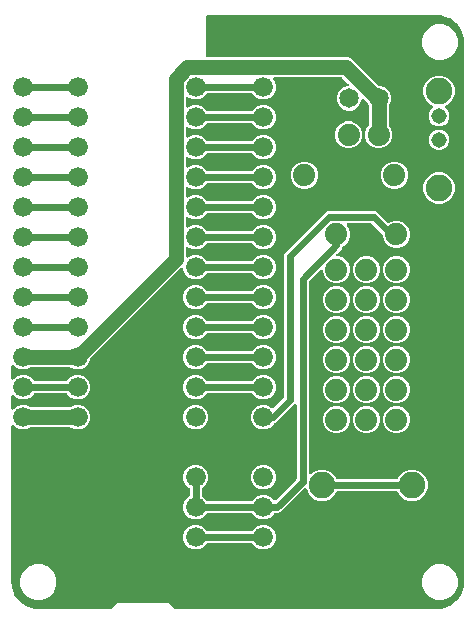
<source format=gtl>
G04 EAGLE Gerber X2 export*
%TF.Part,Single*%
%TF.FileFunction,Copper,L1,Top,Mixed*%
%TF.FilePolarity,Positive*%
%TF.GenerationSoftware,Autodesk,EAGLE,9.1.2*%
%TF.CreationDate,2018-08-18T03:54:16Z*%
G75*
%MOIN*%
%FSLAX36Y36*%
%LPD*%
%AMOC8*
5,1,8,0,0,1.08239X$1,22.5*%
G01*
%ADD10C,0.066000*%
%ADD11C,0.074000*%
%ADD12C,0.088583*%
%ADD13C,0.064961*%
%ADD14C,0.051496*%
%ADD15C,0.024000*%
%ADD16C,0.050000*%

G36*
X344684Y10049D02*
X344684Y10049D01*
X345073Y10061D01*
X345303Y10127D01*
X345541Y10157D01*
X345902Y10300D01*
X346276Y10408D01*
X346483Y10530D01*
X346705Y10618D01*
X347020Y10846D01*
X347355Y11044D01*
X347653Y11306D01*
X347719Y11354D01*
X347750Y11391D01*
X347834Y11465D01*
X366369Y30001D01*
X539654Y30001D01*
X558190Y11465D01*
X558497Y11226D01*
X558780Y10960D01*
X558990Y10844D01*
X559180Y10697D01*
X559536Y10543D01*
X559876Y10355D01*
X560109Y10295D01*
X560329Y10200D01*
X560712Y10139D01*
X561089Y10041D01*
X561486Y10016D01*
X561566Y10003D01*
X561614Y10008D01*
X561725Y10001D01*
X1435433Y10001D01*
X1435519Y10012D01*
X1435825Y10016D01*
X1449122Y11063D01*
X1449387Y11117D01*
X1449657Y11134D01*
X1450275Y11292D01*
X1475567Y19510D01*
X1475989Y19708D01*
X1476422Y19879D01*
X1476626Y20008D01*
X1476700Y20043D01*
X1476762Y20094D01*
X1476961Y20220D01*
X1498476Y35851D01*
X1498816Y36171D01*
X1499175Y36467D01*
X1499329Y36653D01*
X1499389Y36709D01*
X1499432Y36777D01*
X1499582Y36957D01*
X1515213Y58472D01*
X1515288Y58609D01*
X1515388Y58729D01*
X1515521Y59011D01*
X1515688Y59273D01*
X1515778Y59499D01*
X1515816Y59570D01*
X1515836Y59647D01*
X1515920Y59858D01*
X1515922Y59862D01*
X1515922Y59863D01*
X1515923Y59866D01*
X1517086Y63443D01*
X1517086Y63444D01*
X1517086Y63445D01*
X1521959Y78441D01*
X1521959Y78442D01*
X1523583Y83440D01*
X1523583Y83441D01*
X1523583Y83442D01*
X1524141Y85158D01*
X1524192Y85423D01*
X1524280Y85680D01*
X1524370Y86311D01*
X1525417Y99608D01*
X1525415Y99639D01*
X1525421Y99669D01*
X1525416Y99748D01*
X1525432Y100000D01*
X1525432Y1900000D01*
X1525421Y1900086D01*
X1525417Y1900392D01*
X1524370Y1913689D01*
X1524316Y1913954D01*
X1524299Y1914224D01*
X1524141Y1914842D01*
X1515923Y1940134D01*
X1515725Y1940556D01*
X1515554Y1940989D01*
X1515425Y1941193D01*
X1515390Y1941267D01*
X1515339Y1941329D01*
X1515213Y1941528D01*
X1499582Y1963043D01*
X1499262Y1963383D01*
X1498966Y1963742D01*
X1498780Y1963896D01*
X1498724Y1963956D01*
X1498656Y1963999D01*
X1498476Y1964149D01*
X1476961Y1979780D01*
X1476552Y1980005D01*
X1476160Y1980255D01*
X1475935Y1980344D01*
X1475863Y1980383D01*
X1475785Y1980403D01*
X1475567Y1980490D01*
X1450275Y1988708D01*
X1450009Y1988759D01*
X1449753Y1988847D01*
X1449122Y1988937D01*
X1435825Y1989984D01*
X1435738Y1989980D01*
X1435433Y1989999D01*
X670512Y1989999D01*
X670047Y1989941D01*
X669580Y1989912D01*
X669428Y1989862D01*
X669269Y1989842D01*
X668834Y1989670D01*
X668389Y1989526D01*
X668253Y1989440D01*
X668105Y1989382D01*
X667727Y1989107D01*
X667331Y1988857D01*
X667221Y1988740D01*
X667091Y1988646D01*
X666793Y1988286D01*
X666472Y1987945D01*
X666395Y1987805D01*
X666292Y1987681D01*
X666093Y1987258D01*
X665867Y1986849D01*
X665827Y1986694D01*
X665758Y1986549D01*
X665670Y1986090D01*
X665553Y1985636D01*
X665538Y1985398D01*
X665523Y1985319D01*
X665528Y1985238D01*
X665512Y1985000D01*
X665512Y1854000D01*
X665571Y1853536D01*
X665600Y1853069D01*
X665649Y1852916D01*
X665669Y1852757D01*
X665841Y1852323D01*
X665985Y1851877D01*
X666071Y1851742D01*
X666130Y1851593D01*
X666404Y1851215D01*
X666655Y1850819D01*
X666772Y1850709D01*
X666866Y1850579D01*
X667226Y1850281D01*
X667567Y1849960D01*
X667707Y1849883D01*
X667830Y1849781D01*
X668253Y1849581D01*
X668663Y1849355D01*
X668818Y1849315D01*
X668963Y1849247D01*
X669422Y1849159D01*
X669875Y1849041D01*
X670114Y1849026D01*
X670193Y1849011D01*
X670274Y1849016D01*
X670512Y1849001D01*
X1137498Y1849001D01*
X1149627Y1843977D01*
X1239060Y1754544D01*
X1239368Y1754305D01*
X1239650Y1754039D01*
X1239860Y1753923D01*
X1240050Y1753776D01*
X1240407Y1753621D01*
X1240747Y1753434D01*
X1240979Y1753374D01*
X1241199Y1753278D01*
X1241583Y1753217D01*
X1241959Y1753120D01*
X1242356Y1753095D01*
X1242436Y1753082D01*
X1242484Y1753086D01*
X1242595Y1753079D01*
X1248210Y1753079D01*
X1263088Y1746917D01*
X1274476Y1735529D01*
X1280638Y1720651D01*
X1280638Y1704546D01*
X1274438Y1689577D01*
X1274384Y1689508D01*
X1274118Y1689225D01*
X1274002Y1689015D01*
X1273855Y1688826D01*
X1273700Y1688468D01*
X1273512Y1688128D01*
X1273452Y1687896D01*
X1273357Y1687676D01*
X1273296Y1687292D01*
X1273199Y1686916D01*
X1273173Y1686520D01*
X1273161Y1686440D01*
X1273165Y1686391D01*
X1273158Y1686280D01*
X1273158Y1623262D01*
X1273207Y1622876D01*
X1273218Y1622488D01*
X1273285Y1622257D01*
X1273315Y1622019D01*
X1273458Y1621658D01*
X1273566Y1621285D01*
X1273688Y1621078D01*
X1273776Y1620855D01*
X1274004Y1620540D01*
X1274201Y1620205D01*
X1274464Y1619907D01*
X1274511Y1619841D01*
X1274549Y1619811D01*
X1274622Y1619727D01*
X1278307Y1616042D01*
X1285158Y1599502D01*
X1285158Y1581600D01*
X1278307Y1565060D01*
X1265648Y1552401D01*
X1249109Y1545550D01*
X1231206Y1545550D01*
X1214667Y1552401D01*
X1202008Y1565060D01*
X1195157Y1581600D01*
X1195157Y1599502D01*
X1202008Y1616042D01*
X1205693Y1619727D01*
X1205931Y1620034D01*
X1206197Y1620317D01*
X1206313Y1620527D01*
X1206460Y1620716D01*
X1206615Y1621073D01*
X1206802Y1621413D01*
X1206862Y1621645D01*
X1206958Y1621866D01*
X1207019Y1622249D01*
X1207116Y1622626D01*
X1207141Y1623022D01*
X1207154Y1623102D01*
X1207150Y1623150D01*
X1207157Y1623262D01*
X1207157Y1686280D01*
X1207108Y1686666D01*
X1207096Y1687054D01*
X1207030Y1687284D01*
X1207000Y1687522D01*
X1206857Y1687884D01*
X1206749Y1688258D01*
X1206627Y1688464D01*
X1206539Y1688687D01*
X1206311Y1689001D01*
X1206113Y1689336D01*
X1205855Y1689630D01*
X1202856Y1696870D01*
X1202839Y1696900D01*
X1202829Y1696934D01*
X1202530Y1697441D01*
X1202236Y1697957D01*
X1202211Y1697983D01*
X1202194Y1698013D01*
X1201773Y1698492D01*
X1190748Y1709517D01*
X1190314Y1709853D01*
X1189894Y1710201D01*
X1189821Y1710235D01*
X1189758Y1710284D01*
X1189256Y1710502D01*
X1188761Y1710735D01*
X1188682Y1710750D01*
X1188609Y1710782D01*
X1188068Y1710868D01*
X1187531Y1710971D01*
X1187451Y1710966D01*
X1187372Y1710978D01*
X1186828Y1710927D01*
X1186281Y1710893D01*
X1186205Y1710869D01*
X1186125Y1710861D01*
X1185611Y1710677D01*
X1185090Y1710508D01*
X1185022Y1710465D01*
X1184946Y1710438D01*
X1184495Y1710132D01*
X1184031Y1709838D01*
X1183976Y1709780D01*
X1183910Y1709735D01*
X1183548Y1709325D01*
X1183173Y1708927D01*
X1183134Y1708857D01*
X1183081Y1708796D01*
X1182831Y1708308D01*
X1182568Y1707830D01*
X1182547Y1707753D01*
X1182511Y1707681D01*
X1182391Y1707148D01*
X1182254Y1706618D01*
X1182247Y1706507D01*
X1182236Y1706459D01*
X1182239Y1706378D01*
X1182213Y1705982D01*
X1182213Y1704546D01*
X1176050Y1689668D01*
X1164663Y1678280D01*
X1149784Y1672117D01*
X1133680Y1672117D01*
X1118802Y1678280D01*
X1107414Y1689668D01*
X1101251Y1704546D01*
X1101251Y1720651D01*
X1107414Y1735529D01*
X1118802Y1746917D01*
X1133680Y1753079D01*
X1135115Y1753079D01*
X1135659Y1753148D01*
X1136203Y1753199D01*
X1136278Y1753226D01*
X1136358Y1753236D01*
X1136866Y1753437D01*
X1137381Y1753622D01*
X1137448Y1753667D01*
X1137522Y1753697D01*
X1137965Y1754018D01*
X1138418Y1754325D01*
X1138471Y1754385D01*
X1138536Y1754433D01*
X1138884Y1754853D01*
X1139247Y1755264D01*
X1139284Y1755336D01*
X1139335Y1755397D01*
X1139567Y1755891D01*
X1139817Y1756379D01*
X1139835Y1756457D01*
X1139869Y1756530D01*
X1139972Y1757066D01*
X1140092Y1757601D01*
X1140089Y1757681D01*
X1140104Y1757760D01*
X1140071Y1758305D01*
X1140054Y1758853D01*
X1140032Y1758930D01*
X1140027Y1759010D01*
X1139859Y1759530D01*
X1139707Y1760056D01*
X1139666Y1760125D01*
X1139642Y1760201D01*
X1139349Y1760664D01*
X1139071Y1761135D01*
X1138998Y1761218D01*
X1138972Y1761260D01*
X1138912Y1761316D01*
X1138650Y1761614D01*
X1118729Y1781535D01*
X1118422Y1781773D01*
X1118139Y1782040D01*
X1117929Y1782156D01*
X1117739Y1782303D01*
X1117383Y1782457D01*
X1117042Y1782645D01*
X1116810Y1782705D01*
X1116590Y1782800D01*
X1116207Y1782861D01*
X1115830Y1782959D01*
X1115433Y1782984D01*
X1115353Y1782997D01*
X1115305Y1782992D01*
X1115194Y1782999D01*
X892565Y1782999D01*
X892022Y1782931D01*
X891478Y1782880D01*
X891402Y1782852D01*
X891323Y1782842D01*
X890814Y1782641D01*
X890299Y1782456D01*
X890233Y1782411D01*
X890158Y1782382D01*
X889715Y1782060D01*
X889263Y1781753D01*
X889210Y1781693D01*
X889145Y1781646D01*
X888796Y1781224D01*
X888434Y1780815D01*
X888397Y1780743D01*
X888346Y1780681D01*
X888112Y1780186D01*
X887864Y1779699D01*
X887846Y1779621D01*
X887812Y1779549D01*
X887709Y1779011D01*
X887589Y1778478D01*
X887591Y1778397D01*
X887576Y1778319D01*
X887610Y1777773D01*
X887626Y1777226D01*
X887649Y1777149D01*
X887654Y1777069D01*
X887822Y1776548D01*
X887974Y1776023D01*
X888014Y1775953D01*
X888039Y1775877D01*
X888332Y1775415D01*
X888609Y1774943D01*
X888683Y1774860D01*
X888709Y1774819D01*
X888768Y1774763D01*
X889030Y1774465D01*
X890270Y1773225D01*
X896512Y1758156D01*
X896512Y1741844D01*
X890271Y1726775D01*
X878737Y1715241D01*
X863667Y1708999D01*
X847356Y1708999D01*
X832287Y1715241D01*
X820753Y1726775D01*
X820696Y1726913D01*
X820639Y1727013D01*
X820603Y1727123D01*
X820330Y1727555D01*
X820076Y1728001D01*
X819995Y1728084D01*
X819934Y1728181D01*
X819561Y1728532D01*
X819204Y1728900D01*
X819106Y1728961D01*
X819022Y1729040D01*
X818574Y1729287D01*
X818137Y1729555D01*
X818027Y1729589D01*
X817926Y1729645D01*
X817429Y1729773D01*
X816940Y1729924D01*
X816825Y1729930D01*
X816713Y1729959D01*
X816077Y1729999D01*
X669356Y1729999D01*
X669241Y1729985D01*
X669126Y1729994D01*
X668622Y1729907D01*
X668113Y1729842D01*
X668006Y1729800D01*
X667892Y1729780D01*
X667426Y1729570D01*
X666949Y1729382D01*
X666855Y1729314D01*
X666750Y1729267D01*
X666350Y1728947D01*
X665935Y1728646D01*
X665862Y1728557D01*
X665772Y1728485D01*
X665464Y1728076D01*
X665137Y1727681D01*
X665087Y1727577D01*
X665018Y1727485D01*
X664737Y1726913D01*
X664680Y1726775D01*
X653146Y1715241D01*
X638077Y1708999D01*
X621766Y1708999D01*
X606696Y1715241D01*
X605456Y1716481D01*
X605024Y1716816D01*
X604603Y1717166D01*
X604530Y1717200D01*
X604467Y1717249D01*
X603965Y1717466D01*
X603470Y1717700D01*
X603391Y1717715D01*
X603318Y1717747D01*
X602776Y1717833D01*
X602240Y1717935D01*
X602160Y1717930D01*
X602081Y1717943D01*
X601537Y1717892D01*
X600990Y1717858D01*
X600913Y1717833D01*
X600834Y1717826D01*
X600320Y1717641D01*
X599798Y1717473D01*
X599731Y1717430D01*
X599655Y1717403D01*
X599203Y1717096D01*
X598740Y1716803D01*
X598685Y1716744D01*
X598619Y1716700D01*
X598257Y1716290D01*
X597881Y1715891D01*
X597843Y1715821D01*
X597790Y1715761D01*
X597541Y1715274D01*
X597276Y1714795D01*
X597256Y1714717D01*
X597220Y1714646D01*
X597100Y1714114D01*
X596962Y1713583D01*
X596955Y1713471D01*
X596945Y1713424D01*
X596947Y1713343D01*
X596922Y1712946D01*
X596922Y1687054D01*
X596990Y1686510D01*
X597042Y1685966D01*
X597069Y1685890D01*
X597079Y1685811D01*
X597280Y1685302D01*
X597465Y1684787D01*
X597510Y1684721D01*
X597539Y1684647D01*
X597861Y1684203D01*
X598168Y1683751D01*
X598228Y1683698D01*
X598275Y1683633D01*
X598697Y1683284D01*
X599107Y1682922D01*
X599178Y1682885D01*
X599240Y1682834D01*
X599735Y1682601D01*
X600222Y1682352D01*
X600300Y1682335D01*
X600372Y1682300D01*
X600910Y1682197D01*
X601444Y1682077D01*
X601524Y1682079D01*
X601602Y1682064D01*
X602148Y1682098D01*
X602695Y1682115D01*
X602772Y1682137D01*
X602852Y1682142D01*
X603373Y1682310D01*
X603899Y1682462D01*
X603968Y1682503D01*
X604044Y1682527D01*
X604506Y1682820D01*
X604978Y1683097D01*
X605061Y1683171D01*
X605102Y1683197D01*
X605158Y1683256D01*
X605456Y1683519D01*
X606696Y1684759D01*
X621766Y1691001D01*
X638077Y1691001D01*
X653146Y1684759D01*
X664680Y1673225D01*
X664737Y1673087D01*
X664794Y1672987D01*
X664830Y1672877D01*
X665103Y1672444D01*
X665357Y1671999D01*
X665438Y1671916D01*
X665499Y1671819D01*
X665872Y1671468D01*
X666229Y1671099D01*
X666327Y1671039D01*
X666411Y1670960D01*
X666859Y1670713D01*
X667296Y1670445D01*
X667406Y1670411D01*
X667507Y1670355D01*
X668004Y1670227D01*
X668493Y1670076D01*
X668608Y1670070D01*
X668720Y1670041D01*
X669356Y1670001D01*
X816077Y1670001D01*
X816192Y1670015D01*
X816306Y1670006D01*
X816811Y1670093D01*
X817320Y1670157D01*
X817427Y1670200D01*
X817540Y1670220D01*
X818007Y1670430D01*
X818484Y1670618D01*
X818578Y1670686D01*
X818683Y1670733D01*
X819083Y1671053D01*
X819498Y1671354D01*
X819571Y1671443D01*
X819661Y1671515D01*
X819969Y1671923D01*
X820296Y1672318D01*
X820345Y1672423D01*
X820415Y1672515D01*
X820696Y1673087D01*
X820753Y1673225D01*
X832287Y1684759D01*
X847356Y1691001D01*
X863667Y1691001D01*
X878737Y1684759D01*
X890271Y1673225D01*
X896512Y1658156D01*
X896512Y1641844D01*
X890271Y1626775D01*
X878737Y1615241D01*
X863667Y1608999D01*
X847356Y1608999D01*
X832287Y1615241D01*
X820753Y1626775D01*
X820696Y1626913D01*
X820639Y1627013D01*
X820603Y1627123D01*
X820330Y1627555D01*
X820076Y1628001D01*
X819995Y1628084D01*
X819934Y1628181D01*
X819561Y1628532D01*
X819204Y1628900D01*
X819106Y1628961D01*
X819022Y1629040D01*
X818574Y1629287D01*
X818137Y1629555D01*
X818027Y1629589D01*
X817926Y1629645D01*
X817429Y1629773D01*
X816940Y1629924D01*
X816825Y1629930D01*
X816713Y1629959D01*
X816077Y1629999D01*
X669356Y1629999D01*
X669241Y1629985D01*
X669126Y1629994D01*
X668622Y1629907D01*
X668113Y1629842D01*
X668006Y1629800D01*
X667892Y1629780D01*
X667426Y1629570D01*
X666949Y1629382D01*
X666855Y1629314D01*
X666750Y1629267D01*
X666350Y1628947D01*
X665935Y1628646D01*
X665862Y1628557D01*
X665772Y1628485D01*
X665464Y1628076D01*
X665137Y1627681D01*
X665087Y1627577D01*
X665018Y1627485D01*
X664737Y1626913D01*
X664680Y1626775D01*
X653146Y1615241D01*
X638077Y1608999D01*
X621766Y1608999D01*
X606696Y1615241D01*
X605456Y1616481D01*
X605024Y1616816D01*
X604603Y1617166D01*
X604530Y1617200D01*
X604467Y1617249D01*
X603965Y1617466D01*
X603470Y1617700D01*
X603391Y1617715D01*
X603318Y1617747D01*
X602776Y1617833D01*
X602240Y1617935D01*
X602160Y1617930D01*
X602081Y1617943D01*
X601537Y1617892D01*
X600990Y1617858D01*
X600913Y1617833D01*
X600834Y1617826D01*
X600320Y1617641D01*
X599798Y1617473D01*
X599731Y1617430D01*
X599655Y1617403D01*
X599203Y1617096D01*
X598740Y1616803D01*
X598685Y1616744D01*
X598619Y1616700D01*
X598257Y1616290D01*
X597881Y1615891D01*
X597843Y1615821D01*
X597790Y1615761D01*
X597541Y1615274D01*
X597276Y1614795D01*
X597256Y1614717D01*
X597220Y1614646D01*
X597100Y1614114D01*
X596962Y1613583D01*
X596955Y1613471D01*
X596945Y1613424D01*
X596947Y1613343D01*
X596922Y1612946D01*
X596922Y1587054D01*
X596990Y1586510D01*
X597042Y1585966D01*
X597069Y1585890D01*
X597079Y1585811D01*
X597280Y1585302D01*
X597465Y1584787D01*
X597510Y1584721D01*
X597539Y1584647D01*
X597861Y1584203D01*
X598168Y1583751D01*
X598228Y1583698D01*
X598275Y1583633D01*
X598697Y1583284D01*
X599107Y1582922D01*
X599178Y1582885D01*
X599240Y1582834D01*
X599735Y1582601D01*
X600222Y1582352D01*
X600300Y1582335D01*
X600372Y1582300D01*
X600910Y1582197D01*
X601444Y1582077D01*
X601524Y1582079D01*
X601602Y1582064D01*
X602148Y1582098D01*
X602695Y1582115D01*
X602772Y1582137D01*
X602852Y1582142D01*
X603373Y1582310D01*
X603899Y1582462D01*
X603968Y1582503D01*
X604044Y1582527D01*
X604506Y1582820D01*
X604978Y1583097D01*
X605061Y1583171D01*
X605102Y1583197D01*
X605158Y1583256D01*
X605456Y1583519D01*
X606696Y1584759D01*
X621766Y1591001D01*
X638077Y1591001D01*
X653146Y1584759D01*
X664680Y1573225D01*
X664737Y1573087D01*
X664794Y1572987D01*
X664830Y1572877D01*
X665103Y1572444D01*
X665357Y1571999D01*
X665438Y1571916D01*
X665499Y1571819D01*
X665872Y1571468D01*
X666229Y1571099D01*
X666327Y1571039D01*
X666411Y1570960D01*
X666859Y1570713D01*
X667296Y1570445D01*
X667406Y1570411D01*
X667507Y1570355D01*
X668004Y1570227D01*
X668493Y1570076D01*
X668608Y1570070D01*
X668720Y1570041D01*
X669356Y1570001D01*
X816077Y1570001D01*
X816192Y1570015D01*
X816306Y1570006D01*
X816811Y1570093D01*
X817320Y1570157D01*
X817427Y1570200D01*
X817540Y1570220D01*
X818007Y1570430D01*
X818484Y1570618D01*
X818578Y1570686D01*
X818683Y1570733D01*
X819083Y1571053D01*
X819498Y1571354D01*
X819571Y1571443D01*
X819661Y1571515D01*
X819969Y1571923D01*
X820296Y1572318D01*
X820345Y1572423D01*
X820415Y1572515D01*
X820696Y1573087D01*
X820753Y1573225D01*
X832287Y1584759D01*
X847356Y1591001D01*
X863667Y1591001D01*
X878737Y1584759D01*
X890271Y1573225D01*
X896512Y1558156D01*
X896512Y1541844D01*
X890271Y1526775D01*
X878737Y1515241D01*
X863667Y1508999D01*
X847356Y1508999D01*
X832287Y1515241D01*
X820753Y1526775D01*
X820696Y1526913D01*
X820639Y1527013D01*
X820603Y1527123D01*
X820330Y1527555D01*
X820076Y1528001D01*
X819995Y1528084D01*
X819934Y1528181D01*
X819561Y1528532D01*
X819204Y1528900D01*
X819106Y1528961D01*
X819022Y1529040D01*
X818574Y1529287D01*
X818137Y1529555D01*
X818027Y1529589D01*
X817926Y1529645D01*
X817429Y1529773D01*
X816940Y1529924D01*
X816825Y1529930D01*
X816713Y1529959D01*
X816077Y1529999D01*
X669356Y1529999D01*
X669241Y1529985D01*
X669126Y1529994D01*
X668622Y1529907D01*
X668113Y1529842D01*
X668006Y1529800D01*
X667892Y1529780D01*
X667426Y1529570D01*
X666949Y1529382D01*
X666855Y1529314D01*
X666750Y1529267D01*
X666350Y1528947D01*
X665935Y1528646D01*
X665862Y1528557D01*
X665772Y1528485D01*
X665464Y1528076D01*
X665137Y1527681D01*
X665087Y1527577D01*
X665018Y1527485D01*
X664737Y1526913D01*
X664680Y1526775D01*
X653146Y1515241D01*
X638077Y1508999D01*
X621766Y1508999D01*
X606696Y1515241D01*
X605456Y1516481D01*
X605024Y1516816D01*
X604603Y1517166D01*
X604530Y1517200D01*
X604467Y1517249D01*
X603965Y1517466D01*
X603470Y1517700D01*
X603391Y1517715D01*
X603318Y1517747D01*
X602776Y1517833D01*
X602240Y1517935D01*
X602160Y1517930D01*
X602081Y1517943D01*
X601537Y1517892D01*
X600990Y1517858D01*
X600913Y1517833D01*
X600834Y1517826D01*
X600320Y1517641D01*
X599798Y1517473D01*
X599731Y1517430D01*
X599655Y1517403D01*
X599203Y1517096D01*
X598740Y1516803D01*
X598685Y1516744D01*
X598619Y1516700D01*
X598257Y1516290D01*
X597881Y1515891D01*
X597843Y1515821D01*
X597790Y1515761D01*
X597541Y1515274D01*
X597276Y1514795D01*
X597256Y1514717D01*
X597220Y1514646D01*
X597100Y1514114D01*
X596962Y1513583D01*
X596955Y1513471D01*
X596945Y1513424D01*
X596947Y1513343D01*
X596922Y1512946D01*
X596922Y1487054D01*
X596990Y1486510D01*
X597042Y1485966D01*
X597069Y1485890D01*
X597079Y1485811D01*
X597280Y1485302D01*
X597465Y1484787D01*
X597510Y1484721D01*
X597539Y1484647D01*
X597861Y1484203D01*
X598168Y1483751D01*
X598228Y1483698D01*
X598275Y1483633D01*
X598697Y1483284D01*
X599107Y1482922D01*
X599178Y1482885D01*
X599240Y1482834D01*
X599735Y1482601D01*
X600222Y1482352D01*
X600300Y1482335D01*
X600372Y1482300D01*
X600910Y1482197D01*
X601444Y1482077D01*
X601524Y1482079D01*
X601602Y1482064D01*
X602148Y1482098D01*
X602695Y1482115D01*
X602772Y1482137D01*
X602852Y1482142D01*
X603373Y1482310D01*
X603899Y1482462D01*
X603968Y1482503D01*
X604044Y1482527D01*
X604506Y1482820D01*
X604978Y1483097D01*
X605061Y1483171D01*
X605102Y1483197D01*
X605158Y1483256D01*
X605456Y1483519D01*
X606696Y1484759D01*
X621766Y1491001D01*
X638077Y1491001D01*
X653146Y1484759D01*
X664680Y1473225D01*
X664737Y1473087D01*
X664794Y1472987D01*
X664830Y1472877D01*
X665103Y1472444D01*
X665357Y1471999D01*
X665438Y1471916D01*
X665499Y1471819D01*
X665872Y1471468D01*
X666229Y1471099D01*
X666327Y1471039D01*
X666411Y1470960D01*
X666859Y1470713D01*
X667296Y1470445D01*
X667406Y1470411D01*
X667507Y1470355D01*
X668004Y1470227D01*
X668493Y1470076D01*
X668608Y1470070D01*
X668720Y1470041D01*
X669356Y1470001D01*
X816077Y1470001D01*
X816192Y1470015D01*
X816306Y1470006D01*
X816811Y1470093D01*
X817320Y1470157D01*
X817427Y1470200D01*
X817540Y1470220D01*
X818007Y1470430D01*
X818484Y1470618D01*
X818578Y1470686D01*
X818683Y1470733D01*
X819083Y1471053D01*
X819498Y1471354D01*
X819571Y1471443D01*
X819661Y1471515D01*
X819969Y1471923D01*
X820296Y1472318D01*
X820345Y1472423D01*
X820415Y1472515D01*
X820696Y1473087D01*
X820753Y1473225D01*
X832287Y1484759D01*
X847356Y1491001D01*
X863667Y1491001D01*
X878737Y1484759D01*
X890271Y1473225D01*
X896512Y1458156D01*
X896512Y1441844D01*
X890271Y1426775D01*
X878737Y1415241D01*
X863667Y1408999D01*
X847356Y1408999D01*
X832287Y1415241D01*
X820753Y1426775D01*
X820696Y1426913D01*
X820639Y1427013D01*
X820603Y1427123D01*
X820330Y1427555D01*
X820076Y1428001D01*
X819995Y1428084D01*
X819934Y1428181D01*
X819561Y1428532D01*
X819204Y1428900D01*
X819106Y1428961D01*
X819022Y1429040D01*
X818574Y1429287D01*
X818137Y1429555D01*
X818027Y1429589D01*
X817926Y1429645D01*
X817429Y1429773D01*
X816940Y1429924D01*
X816825Y1429930D01*
X816713Y1429959D01*
X816077Y1429999D01*
X669356Y1429999D01*
X669241Y1429985D01*
X669126Y1429994D01*
X668622Y1429907D01*
X668113Y1429842D01*
X668006Y1429800D01*
X667892Y1429780D01*
X667426Y1429570D01*
X666949Y1429382D01*
X666855Y1429314D01*
X666750Y1429267D01*
X666350Y1428947D01*
X665935Y1428646D01*
X665862Y1428557D01*
X665772Y1428485D01*
X665464Y1428076D01*
X665137Y1427681D01*
X665087Y1427577D01*
X665018Y1427485D01*
X664737Y1426913D01*
X664680Y1426775D01*
X653146Y1415241D01*
X638077Y1408999D01*
X621766Y1408999D01*
X606696Y1415241D01*
X605456Y1416481D01*
X605024Y1416816D01*
X604603Y1417166D01*
X604530Y1417200D01*
X604467Y1417249D01*
X603965Y1417466D01*
X603470Y1417700D01*
X603391Y1417715D01*
X603318Y1417747D01*
X602776Y1417833D01*
X602240Y1417935D01*
X602160Y1417930D01*
X602081Y1417943D01*
X601537Y1417892D01*
X600990Y1417858D01*
X600913Y1417833D01*
X600834Y1417826D01*
X600320Y1417641D01*
X599798Y1417473D01*
X599731Y1417430D01*
X599655Y1417403D01*
X599203Y1417096D01*
X598740Y1416803D01*
X598685Y1416744D01*
X598619Y1416700D01*
X598257Y1416290D01*
X597881Y1415891D01*
X597843Y1415821D01*
X597790Y1415761D01*
X597541Y1415274D01*
X597276Y1414795D01*
X597256Y1414717D01*
X597220Y1414646D01*
X597100Y1414114D01*
X596962Y1413583D01*
X596955Y1413471D01*
X596945Y1413424D01*
X596947Y1413343D01*
X596922Y1412946D01*
X596922Y1387054D01*
X596990Y1386510D01*
X597042Y1385966D01*
X597069Y1385890D01*
X597079Y1385811D01*
X597280Y1385302D01*
X597465Y1384787D01*
X597510Y1384721D01*
X597539Y1384647D01*
X597861Y1384203D01*
X598168Y1383751D01*
X598228Y1383698D01*
X598275Y1383633D01*
X598697Y1383284D01*
X599107Y1382922D01*
X599178Y1382885D01*
X599240Y1382834D01*
X599735Y1382601D01*
X600222Y1382352D01*
X600300Y1382335D01*
X600372Y1382300D01*
X600910Y1382197D01*
X601444Y1382077D01*
X601524Y1382079D01*
X601602Y1382064D01*
X602148Y1382098D01*
X602695Y1382115D01*
X602772Y1382137D01*
X602852Y1382142D01*
X603373Y1382310D01*
X603899Y1382462D01*
X603968Y1382503D01*
X604044Y1382527D01*
X604506Y1382820D01*
X604978Y1383097D01*
X605061Y1383171D01*
X605102Y1383197D01*
X605158Y1383256D01*
X605456Y1383519D01*
X606696Y1384759D01*
X621766Y1391001D01*
X638077Y1391001D01*
X653146Y1384759D01*
X664680Y1373225D01*
X664737Y1373087D01*
X664794Y1372987D01*
X664830Y1372877D01*
X665103Y1372444D01*
X665357Y1371999D01*
X665438Y1371916D01*
X665499Y1371819D01*
X665872Y1371468D01*
X666229Y1371099D01*
X666327Y1371039D01*
X666411Y1370960D01*
X666859Y1370713D01*
X667296Y1370445D01*
X667406Y1370411D01*
X667507Y1370355D01*
X668004Y1370227D01*
X668493Y1370076D01*
X668608Y1370070D01*
X668720Y1370041D01*
X669356Y1370001D01*
X816077Y1370001D01*
X816192Y1370015D01*
X816306Y1370006D01*
X816811Y1370093D01*
X817320Y1370157D01*
X817427Y1370200D01*
X817540Y1370220D01*
X818007Y1370430D01*
X818484Y1370618D01*
X818578Y1370686D01*
X818683Y1370733D01*
X819083Y1371053D01*
X819498Y1371354D01*
X819571Y1371443D01*
X819661Y1371515D01*
X819969Y1371923D01*
X820296Y1372318D01*
X820345Y1372423D01*
X820415Y1372515D01*
X820696Y1373087D01*
X820753Y1373225D01*
X832287Y1384759D01*
X847356Y1391001D01*
X863667Y1391001D01*
X878737Y1384759D01*
X890271Y1373225D01*
X896512Y1358156D01*
X896512Y1341844D01*
X890271Y1326775D01*
X878737Y1315241D01*
X863667Y1308999D01*
X847356Y1308999D01*
X832287Y1315241D01*
X820753Y1326775D01*
X820696Y1326913D01*
X820639Y1327013D01*
X820603Y1327123D01*
X820330Y1327555D01*
X820076Y1328001D01*
X819995Y1328084D01*
X819934Y1328181D01*
X819561Y1328532D01*
X819204Y1328900D01*
X819106Y1328961D01*
X819022Y1329040D01*
X818574Y1329287D01*
X818137Y1329555D01*
X818027Y1329589D01*
X817926Y1329645D01*
X817429Y1329773D01*
X816940Y1329924D01*
X816825Y1329930D01*
X816713Y1329959D01*
X816077Y1329999D01*
X669356Y1329999D01*
X669241Y1329985D01*
X669126Y1329994D01*
X668622Y1329907D01*
X668113Y1329842D01*
X668006Y1329800D01*
X667892Y1329780D01*
X667426Y1329570D01*
X666949Y1329382D01*
X666855Y1329314D01*
X666750Y1329267D01*
X666350Y1328947D01*
X665935Y1328646D01*
X665862Y1328557D01*
X665772Y1328485D01*
X665464Y1328076D01*
X665137Y1327681D01*
X665087Y1327577D01*
X665018Y1327485D01*
X664737Y1326913D01*
X664680Y1326775D01*
X653146Y1315241D01*
X638077Y1308999D01*
X621766Y1308999D01*
X606696Y1315241D01*
X605456Y1316481D01*
X605024Y1316816D01*
X604603Y1317166D01*
X604530Y1317200D01*
X604467Y1317249D01*
X603965Y1317466D01*
X603470Y1317700D01*
X603391Y1317715D01*
X603318Y1317747D01*
X602776Y1317833D01*
X602240Y1317935D01*
X602160Y1317930D01*
X602081Y1317943D01*
X601537Y1317892D01*
X600990Y1317858D01*
X600913Y1317833D01*
X600834Y1317826D01*
X600320Y1317641D01*
X599798Y1317473D01*
X599731Y1317430D01*
X599655Y1317403D01*
X599203Y1317096D01*
X598740Y1316803D01*
X598685Y1316744D01*
X598619Y1316700D01*
X598257Y1316290D01*
X597881Y1315891D01*
X597843Y1315821D01*
X597790Y1315761D01*
X597541Y1315274D01*
X597276Y1314795D01*
X597256Y1314717D01*
X597220Y1314646D01*
X597100Y1314114D01*
X596962Y1313583D01*
X596955Y1313471D01*
X596945Y1313424D01*
X596947Y1313343D01*
X596922Y1312946D01*
X596922Y1287054D01*
X596990Y1286510D01*
X597042Y1285966D01*
X597069Y1285890D01*
X597079Y1285811D01*
X597280Y1285302D01*
X597465Y1284787D01*
X597510Y1284721D01*
X597539Y1284647D01*
X597861Y1284203D01*
X598168Y1283751D01*
X598228Y1283698D01*
X598275Y1283633D01*
X598697Y1283284D01*
X599107Y1282922D01*
X599178Y1282885D01*
X599240Y1282834D01*
X599735Y1282601D01*
X600222Y1282352D01*
X600300Y1282335D01*
X600372Y1282300D01*
X600910Y1282197D01*
X601444Y1282077D01*
X601524Y1282079D01*
X601602Y1282064D01*
X602148Y1282098D01*
X602695Y1282115D01*
X602772Y1282137D01*
X602852Y1282142D01*
X603373Y1282310D01*
X603899Y1282462D01*
X603968Y1282503D01*
X604044Y1282527D01*
X604506Y1282820D01*
X604978Y1283097D01*
X605061Y1283171D01*
X605102Y1283197D01*
X605158Y1283256D01*
X605456Y1283519D01*
X606696Y1284759D01*
X621766Y1291001D01*
X638077Y1291001D01*
X653146Y1284759D01*
X664680Y1273225D01*
X664737Y1273087D01*
X664794Y1272987D01*
X664830Y1272877D01*
X665103Y1272444D01*
X665357Y1271999D01*
X665438Y1271916D01*
X665499Y1271819D01*
X665872Y1271468D01*
X666229Y1271099D01*
X666327Y1271039D01*
X666411Y1270960D01*
X666859Y1270713D01*
X667296Y1270445D01*
X667406Y1270411D01*
X667507Y1270355D01*
X668004Y1270227D01*
X668493Y1270076D01*
X668608Y1270070D01*
X668720Y1270041D01*
X669356Y1270001D01*
X816077Y1270001D01*
X816192Y1270015D01*
X816306Y1270006D01*
X816811Y1270093D01*
X817320Y1270157D01*
X817427Y1270200D01*
X817540Y1270220D01*
X818007Y1270430D01*
X818484Y1270618D01*
X818578Y1270686D01*
X818683Y1270733D01*
X819083Y1271053D01*
X819498Y1271354D01*
X819571Y1271443D01*
X819661Y1271515D01*
X819969Y1271923D01*
X820296Y1272318D01*
X820345Y1272423D01*
X820415Y1272515D01*
X820696Y1273087D01*
X820753Y1273225D01*
X832287Y1284759D01*
X847356Y1291001D01*
X863667Y1291001D01*
X878737Y1284759D01*
X890271Y1273225D01*
X896512Y1258156D01*
X896512Y1241844D01*
X890271Y1226775D01*
X878737Y1215241D01*
X863667Y1208999D01*
X847356Y1208999D01*
X832287Y1215241D01*
X820753Y1226775D01*
X820696Y1226913D01*
X820639Y1227013D01*
X820603Y1227123D01*
X820330Y1227555D01*
X820076Y1228001D01*
X819995Y1228084D01*
X819934Y1228181D01*
X819561Y1228532D01*
X819204Y1228900D01*
X819106Y1228961D01*
X819022Y1229040D01*
X818574Y1229287D01*
X818137Y1229555D01*
X818027Y1229589D01*
X817926Y1229645D01*
X817429Y1229773D01*
X816940Y1229924D01*
X816825Y1229930D01*
X816713Y1229959D01*
X816077Y1229999D01*
X669356Y1229999D01*
X669241Y1229985D01*
X669126Y1229994D01*
X668622Y1229907D01*
X668113Y1229842D01*
X668006Y1229800D01*
X667892Y1229780D01*
X667426Y1229570D01*
X666949Y1229382D01*
X666855Y1229314D01*
X666750Y1229267D01*
X666350Y1228947D01*
X665935Y1228646D01*
X665862Y1228557D01*
X665772Y1228485D01*
X665464Y1228076D01*
X665137Y1227681D01*
X665087Y1227577D01*
X665018Y1227485D01*
X664737Y1226913D01*
X664680Y1226775D01*
X653146Y1215241D01*
X638077Y1208999D01*
X621766Y1208999D01*
X606696Y1215241D01*
X605456Y1216481D01*
X605024Y1216816D01*
X604603Y1217166D01*
X604530Y1217200D01*
X604467Y1217249D01*
X603965Y1217466D01*
X603470Y1217700D01*
X603391Y1217715D01*
X603318Y1217747D01*
X602776Y1217833D01*
X602240Y1217935D01*
X602160Y1217930D01*
X602081Y1217943D01*
X601537Y1217892D01*
X600990Y1217858D01*
X600913Y1217833D01*
X600834Y1217826D01*
X600320Y1217641D01*
X599798Y1217473D01*
X599731Y1217430D01*
X599655Y1217403D01*
X599203Y1217096D01*
X598740Y1216803D01*
X598685Y1216744D01*
X598619Y1216700D01*
X598257Y1216290D01*
X597881Y1215891D01*
X597843Y1215821D01*
X597790Y1215761D01*
X597541Y1215274D01*
X597276Y1214795D01*
X597256Y1214717D01*
X597220Y1214646D01*
X597100Y1214114D01*
X596962Y1213583D01*
X596955Y1213471D01*
X596945Y1213424D01*
X596947Y1213343D01*
X596922Y1212946D01*
X596922Y1187054D01*
X596990Y1186510D01*
X597042Y1185966D01*
X597069Y1185890D01*
X597079Y1185811D01*
X597280Y1185302D01*
X597465Y1184787D01*
X597510Y1184721D01*
X597539Y1184647D01*
X597861Y1184203D01*
X598168Y1183751D01*
X598228Y1183698D01*
X598275Y1183633D01*
X598697Y1183284D01*
X599107Y1182922D01*
X599178Y1182885D01*
X599240Y1182834D01*
X599735Y1182601D01*
X600222Y1182352D01*
X600300Y1182335D01*
X600372Y1182300D01*
X600910Y1182197D01*
X601444Y1182077D01*
X601524Y1182079D01*
X601602Y1182064D01*
X602148Y1182098D01*
X602695Y1182115D01*
X602772Y1182137D01*
X602852Y1182142D01*
X603373Y1182310D01*
X603899Y1182462D01*
X603968Y1182503D01*
X604044Y1182527D01*
X604506Y1182820D01*
X604978Y1183097D01*
X605061Y1183171D01*
X605102Y1183197D01*
X605158Y1183256D01*
X605456Y1183519D01*
X606696Y1184759D01*
X621766Y1191001D01*
X638077Y1191001D01*
X653146Y1184759D01*
X664680Y1173225D01*
X664737Y1173087D01*
X664794Y1172987D01*
X664830Y1172877D01*
X665103Y1172444D01*
X665357Y1171999D01*
X665438Y1171916D01*
X665499Y1171819D01*
X665872Y1171468D01*
X666229Y1171099D01*
X666327Y1171039D01*
X666411Y1170960D01*
X666859Y1170713D01*
X667296Y1170445D01*
X667406Y1170411D01*
X667507Y1170355D01*
X668004Y1170227D01*
X668493Y1170076D01*
X668608Y1170070D01*
X668720Y1170041D01*
X669356Y1170001D01*
X816077Y1170001D01*
X816192Y1170015D01*
X816306Y1170006D01*
X816811Y1170093D01*
X817320Y1170157D01*
X817427Y1170200D01*
X817540Y1170220D01*
X818007Y1170430D01*
X818484Y1170618D01*
X818578Y1170686D01*
X818683Y1170733D01*
X819083Y1171053D01*
X819498Y1171354D01*
X819571Y1171443D01*
X819661Y1171515D01*
X819969Y1171923D01*
X820296Y1172318D01*
X820345Y1172423D01*
X820415Y1172515D01*
X820696Y1173087D01*
X820753Y1173225D01*
X832287Y1184759D01*
X847356Y1191001D01*
X863667Y1191001D01*
X878737Y1184759D01*
X890271Y1173225D01*
X896512Y1158156D01*
X896512Y1141844D01*
X890271Y1126775D01*
X878737Y1115241D01*
X863667Y1108999D01*
X847356Y1108999D01*
X832287Y1115241D01*
X820753Y1126775D01*
X820696Y1126913D01*
X820673Y1126953D01*
X820671Y1126959D01*
X820657Y1126982D01*
X820639Y1127013D01*
X820603Y1127123D01*
X820330Y1127555D01*
X820076Y1128001D01*
X819995Y1128084D01*
X819934Y1128181D01*
X819561Y1128532D01*
X819204Y1128900D01*
X819106Y1128961D01*
X819022Y1129040D01*
X818574Y1129287D01*
X818137Y1129555D01*
X818027Y1129589D01*
X817926Y1129645D01*
X817429Y1129773D01*
X816940Y1129924D01*
X816825Y1129930D01*
X816713Y1129959D01*
X816077Y1129999D01*
X669356Y1129999D01*
X669241Y1129985D01*
X669126Y1129994D01*
X668622Y1129907D01*
X668113Y1129842D01*
X668006Y1129800D01*
X667892Y1129780D01*
X667426Y1129570D01*
X666949Y1129382D01*
X666855Y1129314D01*
X666750Y1129267D01*
X666350Y1128947D01*
X665935Y1128646D01*
X665862Y1128557D01*
X665772Y1128485D01*
X665464Y1128076D01*
X665137Y1127681D01*
X665087Y1127577D01*
X665018Y1127485D01*
X664737Y1126913D01*
X664680Y1126775D01*
X653146Y1115241D01*
X638077Y1108999D01*
X621766Y1108999D01*
X606696Y1115241D01*
X595162Y1126775D01*
X588921Y1141844D01*
X588921Y1143961D01*
X588852Y1144504D01*
X588801Y1145048D01*
X588774Y1145124D01*
X588764Y1145203D01*
X588562Y1145712D01*
X588377Y1146227D01*
X588332Y1146293D01*
X588303Y1146368D01*
X587981Y1146811D01*
X587674Y1147263D01*
X587614Y1147316D01*
X587567Y1147381D01*
X587146Y1147730D01*
X586736Y1148093D01*
X586664Y1148129D01*
X586603Y1148180D01*
X586109Y1148413D01*
X585621Y1148662D01*
X585542Y1148680D01*
X585470Y1148714D01*
X584933Y1148817D01*
X584399Y1148937D01*
X584319Y1148935D01*
X584240Y1148950D01*
X583695Y1148916D01*
X583147Y1148900D01*
X583070Y1148878D01*
X582990Y1148873D01*
X582470Y1148704D01*
X581944Y1148553D01*
X581875Y1148512D01*
X581798Y1148487D01*
X581335Y1148194D01*
X580865Y1147917D01*
X580781Y1147844D01*
X580740Y1147818D01*
X580684Y1147758D01*
X580386Y1147496D01*
X278685Y845795D01*
X278447Y845488D01*
X278181Y845205D01*
X278065Y844995D01*
X277918Y844805D01*
X277763Y844449D01*
X277575Y844109D01*
X277515Y843876D01*
X277420Y843656D01*
X277359Y843273D01*
X277262Y842896D01*
X277236Y842499D01*
X277224Y842419D01*
X277228Y842371D01*
X277221Y842260D01*
X277221Y841844D01*
X270979Y826775D01*
X259445Y815241D01*
X244376Y808999D01*
X228065Y808999D01*
X212996Y815241D01*
X212702Y815535D01*
X212394Y815773D01*
X212112Y816040D01*
X211902Y816156D01*
X211712Y816303D01*
X211355Y816457D01*
X211015Y816645D01*
X210783Y816705D01*
X210563Y816800D01*
X210179Y816861D01*
X209803Y816959D01*
X209406Y816984D01*
X209326Y816997D01*
X209278Y816992D01*
X209167Y816999D01*
X82566Y816999D01*
X82180Y816951D01*
X81791Y816939D01*
X81561Y816872D01*
X81323Y816842D01*
X80962Y816700D01*
X80588Y816592D01*
X80382Y816470D01*
X80159Y816382D01*
X79844Y816153D01*
X79509Y815956D01*
X79211Y815694D01*
X79145Y815646D01*
X79114Y815609D01*
X79031Y815535D01*
X78737Y815241D01*
X63667Y808999D01*
X47356Y808999D01*
X32287Y815241D01*
X24047Y823481D01*
X23716Y823738D01*
X23522Y823921D01*
X23423Y823976D01*
X23193Y824166D01*
X23121Y824200D01*
X23057Y824249D01*
X22555Y824467D01*
X22060Y824700D01*
X21982Y824715D01*
X21908Y824747D01*
X21367Y824832D01*
X20830Y824935D01*
X20750Y824930D01*
X20671Y824943D01*
X20127Y824892D01*
X19580Y824858D01*
X19504Y824833D01*
X19424Y824826D01*
X18911Y824641D01*
X18389Y824473D01*
X18321Y824430D01*
X18246Y824403D01*
X17795Y824097D01*
X17331Y823803D01*
X17275Y823744D01*
X17209Y823700D01*
X16847Y823290D01*
X16472Y822891D01*
X16433Y822821D01*
X16380Y822761D01*
X16130Y822273D01*
X15867Y821795D01*
X15847Y821717D01*
X15810Y821646D01*
X15764Y821443D01*
X15758Y821430D01*
X15740Y821335D01*
X15690Y821113D01*
X15553Y820583D01*
X15546Y820471D01*
X15535Y820424D01*
X15538Y820343D01*
X15532Y820246D01*
X15523Y820200D01*
X15526Y820152D01*
X15512Y819946D01*
X15512Y780054D01*
X15581Y779510D01*
X15632Y778966D01*
X15659Y778891D01*
X15669Y778811D01*
X15870Y778303D01*
X16055Y777788D01*
X16101Y777721D01*
X16130Y777647D01*
X16452Y777204D01*
X16758Y776751D01*
X16819Y776698D01*
X16866Y776633D01*
X17288Y776284D01*
X17697Y775922D01*
X17768Y775885D01*
X17830Y775834D01*
X18325Y775601D01*
X18812Y775352D01*
X18890Y775334D01*
X18963Y775300D01*
X19500Y775197D01*
X20034Y775077D01*
X20114Y775080D01*
X20193Y775064D01*
X20738Y775098D01*
X21286Y775115D01*
X21363Y775137D01*
X21443Y775142D01*
X21963Y775310D01*
X22489Y775462D01*
X22558Y775503D01*
X22634Y775527D01*
X23097Y775820D01*
X23568Y776097D01*
X23651Y776171D01*
X23693Y776197D01*
X23749Y776257D01*
X24047Y776519D01*
X32287Y784759D01*
X47356Y791001D01*
X63667Y791001D01*
X78737Y784759D01*
X90270Y773225D01*
X90328Y773087D01*
X90385Y772987D01*
X90420Y772877D01*
X90694Y772444D01*
X90948Y771999D01*
X91028Y771916D01*
X91090Y771819D01*
X91462Y771468D01*
X91819Y771099D01*
X91918Y771039D01*
X92001Y770960D01*
X92450Y770713D01*
X92887Y770445D01*
X92997Y770411D01*
X93098Y770355D01*
X93594Y770227D01*
X94083Y770076D01*
X94198Y770070D01*
X94310Y770041D01*
X94946Y770001D01*
X196786Y770001D01*
X196900Y770015D01*
X197015Y770006D01*
X197519Y770093D01*
X198028Y770157D01*
X198136Y770200D01*
X198249Y770220D01*
X198716Y770430D01*
X199193Y770618D01*
X199286Y770686D01*
X199391Y770733D01*
X199791Y771053D01*
X200206Y771354D01*
X200280Y771443D01*
X200370Y771515D01*
X200678Y771923D01*
X201005Y772318D01*
X201054Y772423D01*
X201124Y772515D01*
X201405Y773087D01*
X201462Y773225D01*
X212996Y784759D01*
X228065Y791001D01*
X244376Y791001D01*
X259445Y784759D01*
X270979Y773225D01*
X277221Y758156D01*
X277221Y741844D01*
X270979Y726775D01*
X259445Y715241D01*
X244376Y708999D01*
X228065Y708999D01*
X212996Y715241D01*
X201462Y726775D01*
X201405Y726913D01*
X201369Y726975D01*
X201355Y727018D01*
X201336Y727048D01*
X201312Y727123D01*
X201038Y727555D01*
X200784Y728001D01*
X200704Y728084D01*
X200642Y728181D01*
X200270Y728532D01*
X199913Y728900D01*
X199815Y728961D01*
X199731Y729040D01*
X199283Y729287D01*
X198845Y729555D01*
X198735Y729589D01*
X198634Y729645D01*
X198138Y729773D01*
X197649Y729924D01*
X197534Y729930D01*
X197422Y729959D01*
X196786Y729999D01*
X94946Y729999D01*
X94832Y729985D01*
X94717Y729994D01*
X94213Y729907D01*
X93704Y729842D01*
X93596Y729800D01*
X93483Y729780D01*
X93016Y729570D01*
X92539Y729382D01*
X92446Y729314D01*
X92341Y729267D01*
X91941Y728947D01*
X91526Y728646D01*
X91452Y728557D01*
X91362Y728485D01*
X91054Y728076D01*
X90727Y727681D01*
X90678Y727577D01*
X90609Y727485D01*
X90328Y726913D01*
X90270Y726775D01*
X78737Y715241D01*
X63667Y708999D01*
X47356Y708999D01*
X32287Y715241D01*
X24047Y723481D01*
X23721Y723734D01*
X23507Y723936D01*
X23399Y723995D01*
X23193Y724166D01*
X23121Y724200D01*
X23057Y724249D01*
X22555Y724467D01*
X22488Y724498D01*
X22411Y724541D01*
X22382Y724548D01*
X22060Y724700D01*
X21982Y724715D01*
X21908Y724747D01*
X21367Y724832D01*
X20830Y724935D01*
X20750Y724930D01*
X20671Y724943D01*
X20127Y724892D01*
X19580Y724858D01*
X19504Y724833D01*
X19424Y724826D01*
X18911Y724641D01*
X18389Y724473D01*
X18321Y724430D01*
X18246Y724403D01*
X17795Y724097D01*
X17331Y723803D01*
X17275Y723744D01*
X17209Y723700D01*
X16847Y723290D01*
X16472Y722891D01*
X16433Y722821D01*
X16380Y722761D01*
X16130Y722273D01*
X15867Y721795D01*
X15847Y721717D01*
X15810Y721646D01*
X15771Y721471D01*
X15758Y721445D01*
X15721Y721249D01*
X15690Y721113D01*
X15553Y720583D01*
X15546Y720471D01*
X15535Y720424D01*
X15538Y720343D01*
X15533Y720269D01*
X15523Y720215D01*
X15526Y720160D01*
X15512Y719946D01*
X15512Y680054D01*
X15581Y679510D01*
X15632Y678966D01*
X15659Y678891D01*
X15669Y678811D01*
X15870Y678303D01*
X16055Y677788D01*
X16101Y677721D01*
X16130Y677647D01*
X16452Y677204D01*
X16758Y676751D01*
X16819Y676698D01*
X16866Y676633D01*
X17288Y676284D01*
X17697Y675922D01*
X17768Y675885D01*
X17830Y675834D01*
X18325Y675601D01*
X18812Y675352D01*
X18890Y675334D01*
X18963Y675300D01*
X19500Y675197D01*
X20034Y675077D01*
X20114Y675080D01*
X20193Y675064D01*
X20738Y675098D01*
X21286Y675115D01*
X21363Y675137D01*
X21443Y675142D01*
X21963Y675310D01*
X22489Y675462D01*
X22558Y675503D01*
X22634Y675527D01*
X23097Y675820D01*
X23568Y676097D01*
X23651Y676171D01*
X23693Y676197D01*
X23749Y676257D01*
X24047Y676519D01*
X32287Y684759D01*
X47356Y691001D01*
X63667Y691001D01*
X78737Y684759D01*
X79031Y684465D01*
X79338Y684226D01*
X79621Y683960D01*
X79830Y683844D01*
X80020Y683697D01*
X80377Y683543D01*
X80717Y683355D01*
X80949Y683295D01*
X81169Y683200D01*
X81553Y683139D01*
X81929Y683041D01*
X82326Y683016D01*
X82406Y683003D01*
X82454Y683008D01*
X82566Y683001D01*
X209167Y683001D01*
X209552Y683049D01*
X209941Y683061D01*
X210171Y683127D01*
X210409Y683157D01*
X210770Y683300D01*
X211144Y683408D01*
X211351Y683530D01*
X211574Y683618D01*
X211888Y683846D01*
X212223Y684044D01*
X212522Y684306D01*
X212587Y684354D01*
X212618Y684391D01*
X212702Y684465D01*
X212996Y684759D01*
X228065Y691001D01*
X244376Y691001D01*
X259445Y684759D01*
X270979Y673225D01*
X277221Y658156D01*
X277221Y641844D01*
X270979Y626775D01*
X259445Y615241D01*
X244376Y608999D01*
X228065Y608999D01*
X212996Y615241D01*
X212702Y615535D01*
X212394Y615773D01*
X212112Y616040D01*
X211902Y616156D01*
X211712Y616303D01*
X211355Y616457D01*
X211015Y616645D01*
X210783Y616705D01*
X210563Y616800D01*
X210179Y616861D01*
X209803Y616959D01*
X209406Y616984D01*
X209326Y616997D01*
X209278Y616992D01*
X209167Y616999D01*
X82566Y616999D01*
X82180Y616951D01*
X81791Y616939D01*
X81561Y616872D01*
X81323Y616842D01*
X80962Y616700D01*
X80588Y616592D01*
X80382Y616470D01*
X80159Y616382D01*
X79844Y616153D01*
X79509Y615956D01*
X79211Y615694D01*
X79145Y615646D01*
X79114Y615609D01*
X79031Y615535D01*
X78737Y615241D01*
X63667Y608999D01*
X47356Y608999D01*
X32287Y615241D01*
X24047Y623481D01*
X23727Y623730D01*
X23492Y623950D01*
X23375Y624015D01*
X23193Y624166D01*
X23121Y624200D01*
X23057Y624249D01*
X22565Y624462D01*
X22396Y624555D01*
X22330Y624572D01*
X22060Y624700D01*
X21982Y624715D01*
X21908Y624747D01*
X21367Y624832D01*
X21206Y624864D01*
X21184Y624869D01*
X21172Y624870D01*
X20830Y624935D01*
X20750Y624930D01*
X20671Y624943D01*
X20127Y624892D01*
X19580Y624858D01*
X19504Y624833D01*
X19424Y624826D01*
X18911Y624641D01*
X18389Y624473D01*
X18321Y624430D01*
X18246Y624403D01*
X17795Y624097D01*
X17331Y623803D01*
X17275Y623744D01*
X17209Y623700D01*
X16847Y623290D01*
X16472Y622891D01*
X16433Y622821D01*
X16380Y622761D01*
X16296Y622596D01*
X16292Y622592D01*
X16278Y622561D01*
X16130Y622273D01*
X15867Y621795D01*
X15847Y621717D01*
X15810Y621646D01*
X15777Y621499D01*
X15758Y621459D01*
X15702Y621165D01*
X15690Y621113D01*
X15553Y620583D01*
X15546Y620471D01*
X15535Y620424D01*
X15538Y620343D01*
X15534Y620291D01*
X15523Y620229D01*
X15526Y620167D01*
X15512Y619946D01*
X15512Y100000D01*
X15523Y99914D01*
X15528Y99608D01*
X16574Y86311D01*
X16629Y86046D01*
X16646Y85776D01*
X16804Y85158D01*
X25022Y59866D01*
X25220Y59444D01*
X25391Y59011D01*
X25520Y58807D01*
X25555Y58733D01*
X25606Y58671D01*
X25732Y58472D01*
X41363Y36957D01*
X41440Y36875D01*
X41478Y36815D01*
X41638Y36664D01*
X41682Y36617D01*
X41978Y36258D01*
X42164Y36104D01*
X42220Y36044D01*
X42288Y36001D01*
X42469Y35851D01*
X63984Y20220D01*
X64393Y19995D01*
X64785Y19745D01*
X65010Y19656D01*
X65082Y19617D01*
X65160Y19596D01*
X65378Y19510D01*
X90670Y11292D01*
X90935Y11241D01*
X91192Y11153D01*
X91823Y11063D01*
X105119Y10016D01*
X105206Y10020D01*
X105512Y10001D01*
X344298Y10001D01*
X344684Y10049D01*
G37*
%LPC*%
G36*
X621766Y308999D02*
X621766Y308999D01*
X606696Y315241D01*
X595162Y326775D01*
X588921Y341844D01*
X588921Y358156D01*
X595162Y373225D01*
X606696Y384759D01*
X606834Y384816D01*
X606934Y384873D01*
X607044Y384908D01*
X607477Y385182D01*
X607922Y385436D01*
X608005Y385516D01*
X608102Y385578D01*
X608453Y385951D01*
X608822Y386307D01*
X608882Y386406D01*
X608961Y386490D01*
X609208Y386938D01*
X609477Y387375D01*
X609510Y387485D01*
X609566Y387586D01*
X609695Y388083D01*
X609845Y388572D01*
X609851Y388687D01*
X609880Y388798D01*
X609921Y389435D01*
X609921Y410565D01*
X609906Y410680D01*
X609915Y410795D01*
X609828Y411299D01*
X609764Y411808D01*
X609721Y411915D01*
X609702Y412029D01*
X609492Y412496D01*
X609303Y412972D01*
X609235Y413066D01*
X609188Y413171D01*
X608868Y413571D01*
X608567Y413986D01*
X608478Y414060D01*
X608406Y414149D01*
X607998Y414458D01*
X607603Y414785D01*
X607499Y414834D01*
X607406Y414903D01*
X606834Y415184D01*
X606696Y415241D01*
X595162Y426775D01*
X588921Y441844D01*
X588921Y458156D01*
X595162Y473225D01*
X606696Y484759D01*
X621766Y491001D01*
X638077Y491001D01*
X653146Y484759D01*
X664680Y473225D01*
X670922Y458156D01*
X670922Y441844D01*
X664680Y426775D01*
X653146Y415241D01*
X653008Y415184D01*
X652908Y415127D01*
X652798Y415092D01*
X652366Y414818D01*
X651920Y414564D01*
X651837Y414484D01*
X651740Y414422D01*
X651389Y414049D01*
X651021Y413693D01*
X650960Y413594D01*
X650881Y413510D01*
X650634Y413062D01*
X650366Y412625D01*
X650332Y412515D01*
X650276Y412414D01*
X650148Y411917D01*
X649997Y411428D01*
X649991Y411313D01*
X649962Y411202D01*
X649922Y410565D01*
X649922Y389435D01*
X649936Y389320D01*
X649927Y389205D01*
X650015Y388701D01*
X650079Y388192D01*
X650121Y388085D01*
X650141Y387971D01*
X650351Y387504D01*
X650539Y387028D01*
X650607Y386934D01*
X650655Y386829D01*
X650974Y386429D01*
X651275Y386014D01*
X651364Y385940D01*
X651436Y385851D01*
X651845Y385542D01*
X652240Y385215D01*
X652344Y385166D01*
X652436Y385097D01*
X653008Y384816D01*
X653146Y384759D01*
X664680Y373225D01*
X664737Y373087D01*
X664794Y372987D01*
X664830Y372877D01*
X665103Y372444D01*
X665357Y371999D01*
X665438Y371916D01*
X665499Y371819D01*
X665872Y371468D01*
X666229Y371099D01*
X666327Y371039D01*
X666411Y370960D01*
X666859Y370713D01*
X667296Y370445D01*
X667406Y370411D01*
X667507Y370355D01*
X668004Y370227D01*
X668493Y370076D01*
X668608Y370070D01*
X668720Y370041D01*
X669356Y370001D01*
X816077Y370001D01*
X816192Y370015D01*
X816306Y370006D01*
X816811Y370093D01*
X817320Y370157D01*
X817427Y370200D01*
X817540Y370220D01*
X818007Y370430D01*
X818484Y370618D01*
X818578Y370686D01*
X818683Y370733D01*
X819083Y371053D01*
X819498Y371354D01*
X819571Y371443D01*
X819661Y371515D01*
X819969Y371923D01*
X820296Y372318D01*
X820345Y372423D01*
X820415Y372515D01*
X820696Y373087D01*
X820753Y373225D01*
X832287Y384759D01*
X847356Y391001D01*
X863667Y391001D01*
X878737Y384759D01*
X889661Y373835D01*
X890030Y373548D01*
X890381Y373238D01*
X890524Y373165D01*
X890650Y373067D01*
X891079Y372881D01*
X891496Y372668D01*
X891652Y372633D01*
X891799Y372569D01*
X892261Y372496D01*
X892718Y372393D01*
X892878Y372398D01*
X893036Y372373D01*
X893501Y372417D01*
X893970Y372431D01*
X894124Y372475D01*
X894283Y372490D01*
X894723Y372648D01*
X895173Y372778D01*
X895311Y372859D01*
X895462Y372914D01*
X895849Y373176D01*
X896252Y373414D01*
X896431Y373571D01*
X896498Y373617D01*
X896551Y373677D01*
X896731Y373835D01*
X965031Y442135D01*
X965270Y442443D01*
X965536Y442725D01*
X965652Y442935D01*
X965799Y443125D01*
X965953Y443482D01*
X966141Y443822D01*
X966201Y444054D01*
X966296Y444274D01*
X966357Y444657D01*
X966455Y445034D01*
X966480Y445431D01*
X966493Y445511D01*
X966488Y445559D01*
X966495Y445670D01*
X966495Y689920D01*
X966434Y690404D01*
X966408Y690831D01*
X966386Y690900D01*
X966376Y691008D01*
X966349Y691083D01*
X966338Y691163D01*
X966137Y691672D01*
X966125Y691705D01*
X966022Y692023D01*
X965996Y692064D01*
X965952Y692186D01*
X965907Y692253D01*
X965878Y692327D01*
X965556Y692770D01*
X965457Y692917D01*
X965353Y693081D01*
X965332Y693101D01*
X965249Y693223D01*
X965189Y693276D01*
X965142Y693341D01*
X964721Y693689D01*
X964493Y693891D01*
X964441Y693940D01*
X964432Y693945D01*
X964311Y694052D01*
X964239Y694089D01*
X964178Y694140D01*
X963684Y694372D01*
X963196Y694622D01*
X963117Y694640D01*
X963045Y694674D01*
X962508Y694777D01*
X961974Y694897D01*
X961893Y694894D01*
X961815Y694909D01*
X961574Y694895D01*
X961496Y694899D01*
X961476Y694899D01*
X961305Y694878D01*
X961269Y694876D01*
X960722Y694859D01*
X960645Y694837D01*
X960565Y694832D01*
X960323Y694754D01*
X960233Y694743D01*
X960006Y694653D01*
X959519Y694512D01*
X959450Y694471D01*
X959373Y694447D01*
X959186Y694328D01*
X959069Y694282D01*
X958815Y694098D01*
X958440Y693876D01*
X958356Y693803D01*
X958315Y693777D01*
X958259Y693717D01*
X958105Y693582D01*
X958055Y693546D01*
X958032Y693518D01*
X957961Y693455D01*
X903879Y639374D01*
X897550Y633044D01*
X893811Y631495D01*
X893473Y631303D01*
X893118Y631143D01*
X892931Y630994D01*
X892723Y630875D01*
X892443Y630604D01*
X892140Y630362D01*
X891995Y630170D01*
X891823Y630004D01*
X891620Y629672D01*
X891386Y629362D01*
X891211Y629006D01*
X891168Y628936D01*
X891154Y628889D01*
X891105Y628790D01*
X890271Y626775D01*
X878737Y615241D01*
X863667Y608999D01*
X847356Y608999D01*
X832287Y615241D01*
X820753Y626775D01*
X814511Y641844D01*
X814511Y658156D01*
X820753Y673225D01*
X832287Y684759D01*
X847356Y691001D01*
X863667Y691001D01*
X878737Y684759D01*
X882180Y681315D01*
X882506Y681063D01*
X882719Y680861D01*
X882771Y680833D01*
X882901Y680718D01*
X883043Y680646D01*
X883170Y680547D01*
X883599Y680361D01*
X884016Y680148D01*
X884172Y680113D01*
X884319Y680050D01*
X884781Y679976D01*
X885238Y679874D01*
X885398Y679878D01*
X885556Y679853D01*
X886021Y679897D01*
X886489Y679911D01*
X886643Y679955D01*
X886803Y679970D01*
X887242Y680128D01*
X887693Y680258D01*
X887831Y680340D01*
X887981Y680394D01*
X888157Y680513D01*
X888173Y680519D01*
X888272Y680591D01*
X888368Y680656D01*
X888772Y680894D01*
X888951Y681051D01*
X889018Y681097D01*
X889071Y681157D01*
X889161Y681236D01*
X889187Y681255D01*
X889199Y681270D01*
X889250Y681315D01*
X923417Y715482D01*
X923655Y715789D01*
X923922Y716072D01*
X924038Y716282D01*
X924185Y716471D01*
X924339Y716828D01*
X924527Y717168D01*
X924587Y717400D01*
X924682Y717620D01*
X924743Y718004D01*
X924841Y718381D01*
X924866Y718777D01*
X924879Y718857D01*
X924874Y718905D01*
X924881Y719017D01*
X924881Y1190100D01*
X927926Y1197451D01*
X1064273Y1333798D01*
X1071624Y1336843D01*
X1226801Y1336843D01*
X1234152Y1333798D01*
X1268698Y1299252D01*
X1268790Y1299181D01*
X1268864Y1299094D01*
X1269283Y1298799D01*
X1269688Y1298484D01*
X1269794Y1298438D01*
X1269888Y1298372D01*
X1270367Y1298190D01*
X1270837Y1297987D01*
X1270951Y1297969D01*
X1271059Y1297928D01*
X1271569Y1297870D01*
X1272074Y1297790D01*
X1272189Y1297801D01*
X1272303Y1297788D01*
X1272812Y1297859D01*
X1273321Y1297907D01*
X1273429Y1297946D01*
X1273543Y1297962D01*
X1274147Y1298168D01*
X1290261Y1304843D01*
X1308164Y1304843D01*
X1324703Y1297992D01*
X1337362Y1285333D01*
X1344213Y1268794D01*
X1344213Y1250891D01*
X1337362Y1234352D01*
X1324703Y1221693D01*
X1308164Y1214842D01*
X1290261Y1214842D01*
X1273722Y1221693D01*
X1261063Y1234352D01*
X1254212Y1250891D01*
X1254212Y1255097D01*
X1254163Y1255483D01*
X1254152Y1255872D01*
X1254085Y1256102D01*
X1254055Y1256340D01*
X1253912Y1256701D01*
X1253804Y1257075D01*
X1253682Y1257281D01*
X1253594Y1257504D01*
X1253366Y1257819D01*
X1253169Y1258154D01*
X1252906Y1258452D01*
X1252859Y1258518D01*
X1252821Y1258549D01*
X1252748Y1258633D01*
X1216002Y1295378D01*
X1215695Y1295616D01*
X1215412Y1295882D01*
X1215203Y1295998D01*
X1215013Y1296145D01*
X1214656Y1296300D01*
X1214316Y1296487D01*
X1214084Y1296547D01*
X1213864Y1296643D01*
X1213480Y1296704D01*
X1213104Y1296801D01*
X1212707Y1296827D01*
X1212627Y1296839D01*
X1212579Y1296835D01*
X1212467Y1296842D01*
X1137923Y1296842D01*
X1137380Y1296773D01*
X1136836Y1296722D01*
X1136760Y1296695D01*
X1136680Y1296685D01*
X1136173Y1296484D01*
X1135657Y1296299D01*
X1135590Y1296254D01*
X1135516Y1296224D01*
X1135075Y1295904D01*
X1134620Y1295596D01*
X1134567Y1295535D01*
X1134502Y1295488D01*
X1134154Y1295068D01*
X1133791Y1294657D01*
X1133755Y1294586D01*
X1133704Y1294524D01*
X1133470Y1294029D01*
X1133221Y1293542D01*
X1133204Y1293464D01*
X1133170Y1293391D01*
X1133067Y1292854D01*
X1132947Y1292320D01*
X1132949Y1292240D01*
X1132934Y1292161D01*
X1132968Y1291616D01*
X1132984Y1291068D01*
X1133006Y1290991D01*
X1133011Y1290911D01*
X1133180Y1290390D01*
X1133331Y1289865D01*
X1133372Y1289796D01*
X1133397Y1289720D01*
X1133690Y1289256D01*
X1133967Y1288786D01*
X1134040Y1288703D01*
X1134066Y1288661D01*
X1134126Y1288605D01*
X1134388Y1288307D01*
X1137362Y1285333D01*
X1144213Y1268794D01*
X1144213Y1250891D01*
X1137362Y1234352D01*
X1124703Y1221693D01*
X1121280Y1220275D01*
X1120942Y1220082D01*
X1120587Y1219923D01*
X1120400Y1219773D01*
X1120192Y1219654D01*
X1119913Y1219384D01*
X1119609Y1219141D01*
X1119465Y1218950D01*
X1119292Y1218783D01*
X1119089Y1218452D01*
X1118855Y1218141D01*
X1118680Y1217784D01*
X1118638Y1217716D01*
X1118623Y1217670D01*
X1118574Y1217569D01*
X1116168Y1211761D01*
X1099674Y1195267D01*
X1099339Y1194835D01*
X1098990Y1194414D01*
X1098956Y1194341D01*
X1098907Y1194278D01*
X1098689Y1193775D01*
X1098456Y1193281D01*
X1098441Y1193202D01*
X1098409Y1193128D01*
X1098323Y1192588D01*
X1098220Y1192051D01*
X1098225Y1191971D01*
X1098213Y1191892D01*
X1098264Y1191348D01*
X1098298Y1190801D01*
X1098322Y1190724D01*
X1098330Y1190645D01*
X1098514Y1190131D01*
X1098683Y1189609D01*
X1098726Y1189541D01*
X1098753Y1189466D01*
X1099059Y1189015D01*
X1099353Y1188551D01*
X1099411Y1188496D01*
X1099456Y1188430D01*
X1099866Y1188068D01*
X1100264Y1187692D01*
X1100334Y1187654D01*
X1100395Y1187601D01*
X1100884Y1187351D01*
X1101361Y1187087D01*
X1101438Y1187067D01*
X1101510Y1187031D01*
X1102043Y1186911D01*
X1102573Y1186773D01*
X1102684Y1186766D01*
X1102732Y1186756D01*
X1102813Y1186758D01*
X1103209Y1186733D01*
X1107416Y1186733D01*
X1123955Y1179882D01*
X1136614Y1167223D01*
X1143465Y1150683D01*
X1143465Y1132781D01*
X1136614Y1116242D01*
X1123955Y1103582D01*
X1107416Y1096732D01*
X1089513Y1096732D01*
X1072974Y1103582D01*
X1060315Y1116242D01*
X1053464Y1132781D01*
X1053464Y1136987D01*
X1053395Y1137531D01*
X1053344Y1138075D01*
X1053317Y1138150D01*
X1053307Y1138230D01*
X1053106Y1138739D01*
X1052921Y1139253D01*
X1052876Y1139320D01*
X1052846Y1139394D01*
X1052525Y1139837D01*
X1052218Y1140290D01*
X1052158Y1140343D01*
X1052110Y1140408D01*
X1051690Y1140756D01*
X1051279Y1141119D01*
X1051208Y1141156D01*
X1051146Y1141207D01*
X1050653Y1141439D01*
X1050164Y1141689D01*
X1050086Y1141706D01*
X1050013Y1141741D01*
X1049477Y1141844D01*
X1048942Y1141964D01*
X1048862Y1141961D01*
X1048783Y1141976D01*
X1048238Y1141943D01*
X1047690Y1141926D01*
X1047613Y1141904D01*
X1047533Y1141899D01*
X1047013Y1141731D01*
X1046487Y1141579D01*
X1046418Y1141538D01*
X1046342Y1141514D01*
X1045878Y1141220D01*
X1045408Y1140943D01*
X1045325Y1140870D01*
X1045283Y1140844D01*
X1045227Y1140784D01*
X1044930Y1140522D01*
X1007961Y1103554D01*
X1007722Y1103246D01*
X1007456Y1102964D01*
X1007340Y1102754D01*
X1007193Y1102564D01*
X1007039Y1102207D01*
X1006851Y1101867D01*
X1006791Y1101635D01*
X1006696Y1101415D01*
X1006635Y1101031D01*
X1006537Y1100655D01*
X1006512Y1100258D01*
X1006499Y1100178D01*
X1006504Y1100130D01*
X1006497Y1100019D01*
X1006497Y464565D01*
X1006565Y464022D01*
X1006616Y463478D01*
X1006643Y463402D01*
X1006654Y463323D01*
X1006854Y462815D01*
X1007040Y462299D01*
X1007085Y462233D01*
X1007114Y462158D01*
X1007435Y461716D01*
X1007743Y461263D01*
X1007803Y461210D01*
X1007850Y461145D01*
X1008272Y460795D01*
X1008681Y460434D01*
X1008753Y460397D01*
X1008814Y460346D01*
X1009309Y460113D01*
X1009797Y459864D01*
X1009875Y459846D01*
X1009947Y459812D01*
X1010485Y459709D01*
X1011018Y459589D01*
X1011099Y459591D01*
X1011177Y459576D01*
X1011723Y459610D01*
X1012270Y459626D01*
X1012347Y459648D01*
X1012427Y459653D01*
X1012947Y459822D01*
X1013473Y459974D01*
X1013543Y460014D01*
X1013619Y460039D01*
X1014081Y460332D01*
X1014552Y460609D01*
X1014636Y460682D01*
X1014677Y460709D01*
X1014734Y460768D01*
X1015031Y461030D01*
X1021166Y467166D01*
X1040386Y475127D01*
X1061189Y475127D01*
X1080408Y467166D01*
X1095118Y452455D01*
X1097825Y445921D01*
X1097882Y445821D01*
X1097917Y445712D01*
X1098192Y445278D01*
X1098445Y444834D01*
X1098525Y444751D01*
X1098587Y444653D01*
X1098961Y444301D01*
X1099317Y443934D01*
X1099415Y443874D01*
X1099499Y443795D01*
X1099946Y443548D01*
X1100384Y443279D01*
X1100494Y443245D01*
X1100595Y443190D01*
X1101092Y443061D01*
X1101581Y442910D01*
X1101695Y442905D01*
X1101807Y442876D01*
X1102444Y442835D01*
X1299131Y442835D01*
X1299245Y442850D01*
X1299360Y442841D01*
X1299865Y442928D01*
X1300374Y442992D01*
X1300481Y443034D01*
X1300594Y443054D01*
X1301062Y443264D01*
X1301538Y443453D01*
X1301631Y443521D01*
X1301736Y443568D01*
X1302136Y443887D01*
X1302552Y444189D01*
X1302625Y444277D01*
X1302715Y444349D01*
X1303023Y444758D01*
X1303350Y445153D01*
X1303399Y445257D01*
X1303469Y445349D01*
X1303750Y445921D01*
X1306456Y452455D01*
X1321166Y467166D01*
X1340386Y475127D01*
X1361189Y475127D01*
X1380408Y467166D01*
X1395118Y452455D01*
X1403079Y433236D01*
X1403079Y412433D01*
X1395118Y393214D01*
X1380408Y378503D01*
X1361189Y370543D01*
X1340386Y370543D01*
X1321166Y378503D01*
X1306456Y393214D01*
X1303750Y399748D01*
X1303693Y399848D01*
X1303657Y399957D01*
X1303383Y400392D01*
X1303129Y400836D01*
X1303050Y400918D01*
X1302988Y401016D01*
X1302614Y401368D01*
X1302258Y401735D01*
X1302160Y401795D01*
X1302076Y401874D01*
X1301628Y402122D01*
X1301191Y402390D01*
X1301080Y402424D01*
X1300980Y402480D01*
X1300483Y402608D01*
X1299994Y402759D01*
X1299879Y402764D01*
X1299767Y402793D01*
X1299131Y402834D01*
X1102444Y402834D01*
X1102329Y402820D01*
X1102215Y402829D01*
X1101710Y402741D01*
X1101201Y402677D01*
X1101094Y402635D01*
X1100981Y402615D01*
X1100513Y402405D01*
X1100037Y402216D01*
X1099943Y402148D01*
X1099838Y402101D01*
X1099439Y401782D01*
X1099023Y401481D01*
X1098950Y401392D01*
X1098860Y401320D01*
X1098551Y400911D01*
X1098224Y400516D01*
X1098175Y400412D01*
X1098106Y400320D01*
X1097825Y399748D01*
X1095118Y393214D01*
X1080408Y378503D01*
X1061189Y370543D01*
X1040386Y370543D01*
X1021166Y378503D01*
X1006456Y393214D01*
X999427Y410185D01*
X999330Y410354D01*
X999264Y410538D01*
X999021Y410896D01*
X998806Y411273D01*
X998671Y411413D01*
X998561Y411574D01*
X998237Y411861D01*
X997935Y412172D01*
X997769Y412274D01*
X997623Y412403D01*
X997237Y412600D01*
X996867Y412827D01*
X996681Y412884D01*
X996508Y412973D01*
X996084Y413068D01*
X995671Y413196D01*
X995476Y413205D01*
X995286Y413248D01*
X994852Y413235D01*
X994420Y413256D01*
X994229Y413216D01*
X994034Y413211D01*
X993617Y413090D01*
X993193Y413003D01*
X993018Y412917D01*
X992831Y412863D01*
X992458Y412644D01*
X992068Y412453D01*
X991919Y412327D01*
X991751Y412228D01*
X991273Y411807D01*
X912510Y333044D01*
X905159Y329999D01*
X894946Y329999D01*
X894832Y329985D01*
X894717Y329994D01*
X894213Y329907D01*
X893704Y329842D01*
X893596Y329800D01*
X893483Y329780D01*
X893016Y329570D01*
X892539Y329382D01*
X892446Y329314D01*
X892341Y329267D01*
X891941Y328947D01*
X891526Y328646D01*
X891452Y328557D01*
X891362Y328485D01*
X891054Y328076D01*
X890727Y327681D01*
X890678Y327577D01*
X890609Y327485D01*
X890328Y326913D01*
X890270Y326775D01*
X878737Y315241D01*
X863667Y308999D01*
X847356Y308999D01*
X832287Y315241D01*
X820753Y326775D01*
X820696Y326913D01*
X820648Y326997D01*
X820622Y327077D01*
X820614Y327090D01*
X820603Y327123D01*
X820330Y327555D01*
X820076Y328001D01*
X819995Y328084D01*
X819934Y328181D01*
X819561Y328532D01*
X819204Y328900D01*
X819106Y328961D01*
X819022Y329040D01*
X818574Y329287D01*
X818137Y329555D01*
X818027Y329589D01*
X817926Y329645D01*
X817429Y329773D01*
X816940Y329924D01*
X816825Y329930D01*
X816713Y329959D01*
X816077Y329999D01*
X669356Y329999D01*
X669241Y329985D01*
X669126Y329994D01*
X668622Y329907D01*
X668113Y329842D01*
X668006Y329800D01*
X667892Y329780D01*
X667426Y329570D01*
X666949Y329382D01*
X666855Y329314D01*
X666750Y329267D01*
X666350Y328947D01*
X665935Y328646D01*
X665862Y328557D01*
X665772Y328485D01*
X665464Y328076D01*
X665137Y327681D01*
X665087Y327577D01*
X665018Y327485D01*
X664737Y326913D01*
X664680Y326775D01*
X653146Y315241D01*
X638077Y308999D01*
X621766Y308999D01*
G37*
%LPD*%
%LPC*%
G36*
X621766Y1008999D02*
X621766Y1008999D01*
X606696Y1015241D01*
X595162Y1026775D01*
X588921Y1041844D01*
X588921Y1058156D01*
X595162Y1073225D01*
X606696Y1084759D01*
X621766Y1091001D01*
X638077Y1091001D01*
X653146Y1084759D01*
X664680Y1073225D01*
X664737Y1073087D01*
X664794Y1072987D01*
X664830Y1072877D01*
X665103Y1072444D01*
X665357Y1071999D01*
X665438Y1071916D01*
X665499Y1071819D01*
X665872Y1071468D01*
X666229Y1071099D01*
X666327Y1071039D01*
X666411Y1070960D01*
X666859Y1070713D01*
X667296Y1070445D01*
X667406Y1070411D01*
X667507Y1070355D01*
X668004Y1070227D01*
X668493Y1070076D01*
X668608Y1070070D01*
X668720Y1070041D01*
X669356Y1070001D01*
X816077Y1070001D01*
X816192Y1070015D01*
X816306Y1070006D01*
X816811Y1070093D01*
X817320Y1070157D01*
X817427Y1070200D01*
X817540Y1070220D01*
X818007Y1070430D01*
X818484Y1070618D01*
X818578Y1070686D01*
X818683Y1070733D01*
X819083Y1071053D01*
X819498Y1071354D01*
X819571Y1071443D01*
X819661Y1071515D01*
X819969Y1071923D01*
X820296Y1072318D01*
X820345Y1072423D01*
X820415Y1072515D01*
X820696Y1073087D01*
X820753Y1073225D01*
X832287Y1084759D01*
X847356Y1091001D01*
X863667Y1091001D01*
X878737Y1084759D01*
X890271Y1073225D01*
X896512Y1058156D01*
X896512Y1041844D01*
X890271Y1026775D01*
X878737Y1015241D01*
X863667Y1008999D01*
X847356Y1008999D01*
X832287Y1015241D01*
X820753Y1026775D01*
X820696Y1026913D01*
X820670Y1026959D01*
X820665Y1026974D01*
X820638Y1027017D01*
X820603Y1027123D01*
X820330Y1027555D01*
X820076Y1028001D01*
X819995Y1028084D01*
X819934Y1028181D01*
X819561Y1028532D01*
X819204Y1028900D01*
X819106Y1028961D01*
X819022Y1029040D01*
X818574Y1029287D01*
X818137Y1029555D01*
X818027Y1029589D01*
X817926Y1029645D01*
X817429Y1029773D01*
X816940Y1029924D01*
X816825Y1029930D01*
X816713Y1029959D01*
X816077Y1029999D01*
X669356Y1029999D01*
X669241Y1029985D01*
X669126Y1029994D01*
X668622Y1029907D01*
X668113Y1029842D01*
X668006Y1029800D01*
X667892Y1029780D01*
X667426Y1029570D01*
X666949Y1029382D01*
X666855Y1029314D01*
X666750Y1029267D01*
X666350Y1028947D01*
X665935Y1028646D01*
X665862Y1028557D01*
X665772Y1028485D01*
X665464Y1028076D01*
X665137Y1027681D01*
X665087Y1027577D01*
X665018Y1027485D01*
X664737Y1026913D01*
X664680Y1026775D01*
X653146Y1015241D01*
X638077Y1008999D01*
X621766Y1008999D01*
G37*
%LPD*%
%LPC*%
G36*
X621766Y908999D02*
X621766Y908999D01*
X606696Y915241D01*
X595162Y926775D01*
X588921Y941844D01*
X588921Y958156D01*
X595162Y973225D01*
X606696Y984759D01*
X621766Y991001D01*
X638077Y991001D01*
X653146Y984759D01*
X664680Y973225D01*
X664737Y973087D01*
X664794Y972987D01*
X664830Y972877D01*
X665103Y972444D01*
X665357Y971999D01*
X665438Y971916D01*
X665499Y971819D01*
X665872Y971468D01*
X666229Y971099D01*
X666327Y971039D01*
X666411Y970960D01*
X666859Y970713D01*
X667296Y970445D01*
X667406Y970411D01*
X667507Y970355D01*
X668004Y970227D01*
X668493Y970076D01*
X668608Y970070D01*
X668720Y970041D01*
X669356Y970001D01*
X816077Y970001D01*
X816192Y970015D01*
X816306Y970006D01*
X816811Y970093D01*
X817320Y970157D01*
X817427Y970200D01*
X817540Y970220D01*
X818007Y970430D01*
X818484Y970618D01*
X818578Y970686D01*
X818683Y970733D01*
X819083Y971053D01*
X819498Y971354D01*
X819571Y971443D01*
X819661Y971515D01*
X819969Y971923D01*
X820296Y972318D01*
X820345Y972423D01*
X820415Y972515D01*
X820696Y973087D01*
X820753Y973225D01*
X832287Y984759D01*
X847356Y991001D01*
X863667Y991001D01*
X878737Y984759D01*
X890271Y973225D01*
X896512Y958156D01*
X896512Y941844D01*
X890271Y926775D01*
X878737Y915241D01*
X863667Y908999D01*
X847356Y908999D01*
X832287Y915241D01*
X820753Y926775D01*
X820696Y926913D01*
X820667Y926964D01*
X820659Y926988D01*
X820634Y927027D01*
X820603Y927123D01*
X820330Y927555D01*
X820076Y928001D01*
X819995Y928084D01*
X819934Y928181D01*
X819561Y928532D01*
X819204Y928900D01*
X819106Y928961D01*
X819022Y929040D01*
X818574Y929287D01*
X818137Y929555D01*
X818027Y929589D01*
X817926Y929645D01*
X817429Y929773D01*
X816940Y929924D01*
X816825Y929930D01*
X816713Y929959D01*
X816077Y929999D01*
X669356Y929999D01*
X669241Y929985D01*
X669126Y929994D01*
X668622Y929907D01*
X668113Y929842D01*
X668006Y929800D01*
X667892Y929780D01*
X667426Y929570D01*
X666949Y929382D01*
X666855Y929314D01*
X666750Y929267D01*
X666350Y928947D01*
X665935Y928646D01*
X665862Y928557D01*
X665772Y928485D01*
X665464Y928076D01*
X665137Y927681D01*
X665087Y927577D01*
X665018Y927485D01*
X664737Y926913D01*
X664680Y926775D01*
X653146Y915241D01*
X638077Y908999D01*
X621766Y908999D01*
G37*
%LPD*%
%LPC*%
G36*
X621766Y208999D02*
X621766Y208999D01*
X606696Y215241D01*
X595162Y226775D01*
X588921Y241844D01*
X588921Y258156D01*
X595162Y273225D01*
X606696Y284759D01*
X621766Y291001D01*
X638077Y291001D01*
X653146Y284759D01*
X664680Y273225D01*
X664737Y273087D01*
X664794Y272987D01*
X664830Y272877D01*
X665103Y272444D01*
X665357Y271999D01*
X665438Y271916D01*
X665499Y271819D01*
X665872Y271468D01*
X666229Y271099D01*
X666327Y271039D01*
X666411Y270960D01*
X666859Y270713D01*
X667296Y270445D01*
X667406Y270411D01*
X667507Y270355D01*
X668004Y270227D01*
X668493Y270076D01*
X668608Y270070D01*
X668720Y270041D01*
X669356Y270001D01*
X816077Y270001D01*
X816192Y270015D01*
X816306Y270006D01*
X816811Y270093D01*
X817320Y270157D01*
X817427Y270200D01*
X817540Y270220D01*
X818007Y270430D01*
X818484Y270618D01*
X818578Y270686D01*
X818683Y270733D01*
X819083Y271053D01*
X819498Y271354D01*
X819571Y271443D01*
X819661Y271515D01*
X819969Y271923D01*
X820296Y272318D01*
X820345Y272423D01*
X820415Y272515D01*
X820696Y273087D01*
X820753Y273225D01*
X832287Y284759D01*
X847356Y291001D01*
X863667Y291001D01*
X878737Y284759D01*
X890271Y273225D01*
X896512Y258156D01*
X896512Y241844D01*
X890271Y226775D01*
X878737Y215241D01*
X863667Y208999D01*
X847356Y208999D01*
X832287Y215241D01*
X820753Y226775D01*
X820696Y226913D01*
X820645Y227002D01*
X820616Y227092D01*
X820611Y227101D01*
X820603Y227123D01*
X820330Y227555D01*
X820076Y228001D01*
X819995Y228084D01*
X819934Y228181D01*
X819561Y228532D01*
X819204Y228900D01*
X819106Y228961D01*
X819022Y229040D01*
X818574Y229287D01*
X818137Y229555D01*
X818027Y229589D01*
X817926Y229645D01*
X817429Y229773D01*
X816940Y229924D01*
X816825Y229930D01*
X816713Y229959D01*
X816077Y229999D01*
X669356Y229999D01*
X669241Y229985D01*
X669126Y229994D01*
X668622Y229907D01*
X668113Y229842D01*
X668006Y229800D01*
X667892Y229780D01*
X667426Y229570D01*
X666949Y229382D01*
X666855Y229314D01*
X666750Y229267D01*
X666350Y228947D01*
X665935Y228646D01*
X665862Y228557D01*
X665772Y228485D01*
X665464Y228076D01*
X665137Y227681D01*
X665087Y227577D01*
X665018Y227485D01*
X664737Y226913D01*
X664680Y226775D01*
X653146Y215241D01*
X638077Y208999D01*
X621766Y208999D01*
G37*
%LPD*%
%LPC*%
G36*
X621766Y808999D02*
X621766Y808999D01*
X606696Y815241D01*
X595162Y826775D01*
X588921Y841844D01*
X588921Y858156D01*
X595162Y873225D01*
X606696Y884759D01*
X621766Y891001D01*
X638077Y891001D01*
X653146Y884759D01*
X664680Y873225D01*
X664737Y873087D01*
X664794Y872987D01*
X664830Y872877D01*
X665103Y872444D01*
X665357Y871999D01*
X665438Y871916D01*
X665499Y871819D01*
X665872Y871468D01*
X666229Y871099D01*
X666327Y871039D01*
X666411Y870960D01*
X666859Y870713D01*
X667296Y870445D01*
X667406Y870411D01*
X667507Y870355D01*
X668004Y870227D01*
X668493Y870076D01*
X668608Y870070D01*
X668720Y870041D01*
X669356Y870001D01*
X816077Y870001D01*
X816192Y870015D01*
X816306Y870006D01*
X816811Y870093D01*
X817320Y870157D01*
X817427Y870200D01*
X817540Y870220D01*
X818007Y870430D01*
X818484Y870618D01*
X818578Y870686D01*
X818683Y870733D01*
X819083Y871053D01*
X819498Y871354D01*
X819571Y871443D01*
X819661Y871515D01*
X819969Y871923D01*
X820296Y872318D01*
X820345Y872423D01*
X820415Y872515D01*
X820696Y873087D01*
X820753Y873225D01*
X832287Y884759D01*
X847356Y891001D01*
X863667Y891001D01*
X878737Y884759D01*
X890271Y873225D01*
X896512Y858156D01*
X896512Y841844D01*
X890271Y826775D01*
X878737Y815241D01*
X863667Y808999D01*
X847356Y808999D01*
X832287Y815241D01*
X820753Y826775D01*
X820696Y826913D01*
X820664Y826970D01*
X820653Y827003D01*
X820631Y827038D01*
X820603Y827123D01*
X820330Y827555D01*
X820076Y828001D01*
X819995Y828084D01*
X819934Y828181D01*
X819561Y828532D01*
X819204Y828900D01*
X819106Y828961D01*
X819022Y829040D01*
X818574Y829287D01*
X818137Y829555D01*
X818027Y829589D01*
X817926Y829645D01*
X817429Y829773D01*
X816940Y829924D01*
X816825Y829930D01*
X816713Y829959D01*
X816077Y829999D01*
X669356Y829999D01*
X669241Y829985D01*
X669126Y829994D01*
X668622Y829907D01*
X668113Y829842D01*
X668006Y829800D01*
X667892Y829780D01*
X667426Y829570D01*
X666949Y829382D01*
X666855Y829314D01*
X666750Y829267D01*
X666350Y828947D01*
X665935Y828646D01*
X665862Y828557D01*
X665772Y828485D01*
X665464Y828076D01*
X665137Y827681D01*
X665087Y827577D01*
X665018Y827485D01*
X664737Y826913D01*
X664680Y826775D01*
X653146Y815241D01*
X638077Y808999D01*
X621766Y808999D01*
G37*
%LPD*%
%LPC*%
G36*
X621766Y708999D02*
X621766Y708999D01*
X606696Y715241D01*
X595162Y726775D01*
X588921Y741844D01*
X588921Y758156D01*
X595162Y773225D01*
X606696Y784759D01*
X621766Y791001D01*
X638077Y791001D01*
X653146Y784759D01*
X664680Y773225D01*
X664737Y773087D01*
X664794Y772987D01*
X664830Y772877D01*
X665103Y772444D01*
X665357Y771999D01*
X665438Y771916D01*
X665499Y771819D01*
X665872Y771468D01*
X666229Y771099D01*
X666327Y771039D01*
X666411Y770960D01*
X666859Y770713D01*
X667296Y770445D01*
X667406Y770411D01*
X667507Y770355D01*
X668004Y770227D01*
X668493Y770076D01*
X668608Y770070D01*
X668720Y770041D01*
X669356Y770001D01*
X816077Y770001D01*
X816192Y770015D01*
X816306Y770006D01*
X816811Y770093D01*
X817320Y770157D01*
X817427Y770200D01*
X817540Y770220D01*
X818007Y770430D01*
X818484Y770618D01*
X818578Y770686D01*
X818683Y770733D01*
X819083Y771053D01*
X819498Y771354D01*
X819571Y771443D01*
X819661Y771515D01*
X819969Y771923D01*
X820296Y772318D01*
X820345Y772423D01*
X820415Y772515D01*
X820696Y773087D01*
X820753Y773225D01*
X832287Y784759D01*
X847356Y791001D01*
X863667Y791001D01*
X878737Y784759D01*
X890271Y773225D01*
X896512Y758156D01*
X896512Y741844D01*
X890271Y726775D01*
X878737Y715241D01*
X863667Y708999D01*
X847356Y708999D01*
X832287Y715241D01*
X820753Y726775D01*
X820696Y726913D01*
X820661Y726975D01*
X820647Y727018D01*
X820627Y727048D01*
X820603Y727123D01*
X820330Y727555D01*
X820076Y728001D01*
X819995Y728084D01*
X819934Y728181D01*
X819561Y728532D01*
X819204Y728900D01*
X819106Y728961D01*
X819022Y729040D01*
X818574Y729287D01*
X818137Y729555D01*
X818027Y729589D01*
X817926Y729645D01*
X817429Y729773D01*
X816940Y729924D01*
X816825Y729930D01*
X816713Y729959D01*
X816077Y729999D01*
X669356Y729999D01*
X669241Y729985D01*
X669126Y729994D01*
X668622Y729907D01*
X668113Y729842D01*
X668006Y729800D01*
X667892Y729780D01*
X667426Y729570D01*
X666949Y729382D01*
X666855Y729314D01*
X666750Y729267D01*
X666350Y728947D01*
X665935Y728646D01*
X665862Y728557D01*
X665772Y728485D01*
X665463Y728076D01*
X665137Y727681D01*
X665087Y727577D01*
X665018Y727485D01*
X664737Y726913D01*
X664680Y726775D01*
X653146Y715241D01*
X638077Y708999D01*
X621766Y708999D01*
G37*
%LPD*%
%LPC*%
G36*
X1434232Y1619795D02*
X1434232Y1619795D01*
X1421828Y1624932D01*
X1412334Y1634426D01*
X1407196Y1646830D01*
X1407196Y1660256D01*
X1412334Y1672660D01*
X1420345Y1680671D01*
X1420464Y1680825D01*
X1420609Y1680956D01*
X1420847Y1681318D01*
X1421112Y1681660D01*
X1421190Y1681839D01*
X1421297Y1682002D01*
X1421438Y1682412D01*
X1421610Y1682810D01*
X1421641Y1683002D01*
X1421704Y1683187D01*
X1421738Y1683618D01*
X1421806Y1684047D01*
X1421788Y1684241D01*
X1421804Y1684435D01*
X1421730Y1684862D01*
X1421689Y1685293D01*
X1421623Y1685477D01*
X1421590Y1685669D01*
X1421412Y1686065D01*
X1421266Y1686472D01*
X1421156Y1686633D01*
X1421076Y1686811D01*
X1420806Y1687150D01*
X1420563Y1687508D01*
X1420417Y1687638D01*
X1420295Y1687790D01*
X1419950Y1688050D01*
X1419624Y1688338D01*
X1419451Y1688426D01*
X1419295Y1688544D01*
X1418723Y1688825D01*
X1411324Y1691889D01*
X1396614Y1706600D01*
X1388653Y1725819D01*
X1388653Y1746622D01*
X1396614Y1765841D01*
X1411324Y1780552D01*
X1430543Y1788512D01*
X1451346Y1788512D01*
X1470566Y1780552D01*
X1485276Y1765841D01*
X1493237Y1746622D01*
X1493237Y1725819D01*
X1485276Y1706600D01*
X1470566Y1691889D01*
X1463167Y1688825D01*
X1462997Y1688728D01*
X1462814Y1688662D01*
X1462456Y1688419D01*
X1462079Y1688204D01*
X1461939Y1688068D01*
X1461778Y1687959D01*
X1461491Y1687635D01*
X1461179Y1687333D01*
X1461077Y1687166D01*
X1460948Y1687021D01*
X1460752Y1686636D01*
X1460525Y1686266D01*
X1460467Y1686079D01*
X1460378Y1685905D01*
X1460283Y1685483D01*
X1460156Y1685069D01*
X1460146Y1684874D01*
X1460104Y1684684D01*
X1460117Y1684250D01*
X1460096Y1683818D01*
X1460135Y1683627D01*
X1460141Y1683432D01*
X1460261Y1683015D01*
X1460349Y1682591D01*
X1460434Y1682416D01*
X1460488Y1682229D01*
X1460708Y1681855D01*
X1460898Y1681466D01*
X1461025Y1681318D01*
X1461124Y1681149D01*
X1461545Y1680671D01*
X1469556Y1672660D01*
X1474694Y1660256D01*
X1474694Y1646830D01*
X1469556Y1634426D01*
X1460062Y1624932D01*
X1447658Y1619795D01*
X1434232Y1619795D01*
G37*
%LPD*%
%LPC*%
G36*
X93577Y39999D02*
X93577Y39999D01*
X71524Y49134D01*
X54646Y66012D01*
X45511Y88065D01*
X45511Y111935D01*
X54646Y133987D01*
X71524Y150866D01*
X93577Y160001D01*
X117447Y160001D01*
X139499Y150866D01*
X156378Y133987D01*
X165512Y111935D01*
X165512Y88065D01*
X156378Y66012D01*
X139499Y49134D01*
X117447Y39999D01*
X93577Y39999D01*
G37*
%LPD*%
%LPC*%
G36*
X1432160Y39999D02*
X1432160Y39999D01*
X1410107Y49134D01*
X1393228Y66012D01*
X1384094Y88065D01*
X1384094Y111935D01*
X1393228Y133987D01*
X1410107Y150866D01*
X1432160Y160001D01*
X1456029Y160001D01*
X1478082Y150866D01*
X1494961Y133987D01*
X1504095Y111935D01*
X1504095Y88065D01*
X1494961Y66012D01*
X1478082Y49134D01*
X1456029Y39999D01*
X1432160Y39999D01*
G37*
%LPD*%
%LPC*%
G36*
X1432160Y1839999D02*
X1432160Y1839999D01*
X1410107Y1849134D01*
X1393228Y1866012D01*
X1384094Y1888065D01*
X1384094Y1911935D01*
X1393228Y1933987D01*
X1410107Y1950866D01*
X1432160Y1960001D01*
X1456029Y1960001D01*
X1478082Y1950866D01*
X1494961Y1933987D01*
X1504095Y1911935D01*
X1504095Y1888065D01*
X1494961Y1866012D01*
X1478082Y1849134D01*
X1456029Y1839999D01*
X1432160Y1839999D01*
G37*
%LPD*%
%LPC*%
G36*
X1430543Y1361094D02*
X1430543Y1361094D01*
X1411324Y1369055D01*
X1396614Y1383765D01*
X1388653Y1402984D01*
X1388653Y1423787D01*
X1396614Y1443007D01*
X1411324Y1457717D01*
X1430543Y1465678D01*
X1451346Y1465678D01*
X1470566Y1457717D01*
X1485276Y1443007D01*
X1493237Y1423787D01*
X1493237Y1402984D01*
X1485276Y1383765D01*
X1470566Y1369055D01*
X1451346Y1361094D01*
X1430543Y1361094D01*
G37*
%LPD*%
%LPC*%
G36*
X1289513Y996732D02*
X1289513Y996732D01*
X1272974Y1003582D01*
X1260315Y1016242D01*
X1253464Y1032781D01*
X1253464Y1050683D01*
X1260315Y1067223D01*
X1272974Y1079882D01*
X1289513Y1086733D01*
X1307416Y1086733D01*
X1323955Y1079882D01*
X1336614Y1067223D01*
X1343465Y1050683D01*
X1343465Y1032781D01*
X1336614Y1016242D01*
X1323955Y1003582D01*
X1307416Y996732D01*
X1289513Y996732D01*
G37*
%LPD*%
%LPC*%
G36*
X1189513Y996732D02*
X1189513Y996732D01*
X1172974Y1003582D01*
X1160315Y1016242D01*
X1153464Y1032781D01*
X1153464Y1050683D01*
X1160315Y1067223D01*
X1172974Y1079882D01*
X1189513Y1086733D01*
X1207416Y1086733D01*
X1223955Y1079882D01*
X1236614Y1067223D01*
X1243465Y1050683D01*
X1243465Y1032781D01*
X1236614Y1016242D01*
X1223955Y1003582D01*
X1207416Y996732D01*
X1189513Y996732D01*
G37*
%LPD*%
%LPC*%
G36*
X1089513Y996732D02*
X1089513Y996732D01*
X1072974Y1003582D01*
X1060315Y1016242D01*
X1053464Y1032781D01*
X1053464Y1050683D01*
X1060315Y1067223D01*
X1072974Y1079882D01*
X1089513Y1086733D01*
X1107416Y1086733D01*
X1123955Y1079882D01*
X1136614Y1067223D01*
X1143465Y1050683D01*
X1143465Y1032781D01*
X1136614Y1016242D01*
X1123955Y1003582D01*
X1107416Y996732D01*
X1089513Y996732D01*
G37*
%LPD*%
%LPC*%
G36*
X982781Y1411692D02*
X982781Y1411692D01*
X966242Y1418543D01*
X953582Y1431202D01*
X946732Y1447742D01*
X946732Y1465644D01*
X953582Y1482184D01*
X966242Y1494843D01*
X982781Y1501694D01*
X1000683Y1501694D01*
X1017223Y1494843D01*
X1029882Y1482184D01*
X1036733Y1465644D01*
X1036733Y1447742D01*
X1029882Y1431202D01*
X1017223Y1418543D01*
X1000683Y1411692D01*
X982781Y1411692D01*
G37*
%LPD*%
%LPC*%
G36*
X1089513Y896732D02*
X1089513Y896732D01*
X1072974Y903582D01*
X1060315Y916242D01*
X1053464Y932781D01*
X1053464Y950683D01*
X1060315Y967223D01*
X1072974Y979882D01*
X1089513Y986733D01*
X1107416Y986733D01*
X1123955Y979882D01*
X1136614Y967223D01*
X1143465Y950683D01*
X1143465Y932781D01*
X1136614Y916242D01*
X1123955Y903582D01*
X1107416Y896732D01*
X1089513Y896732D01*
G37*
%LPD*%
%LPC*%
G36*
X1282781Y1411692D02*
X1282781Y1411692D01*
X1266242Y1418543D01*
X1253582Y1431202D01*
X1246732Y1447742D01*
X1246732Y1465644D01*
X1253582Y1482184D01*
X1266242Y1494843D01*
X1282781Y1501694D01*
X1300683Y1501694D01*
X1317223Y1494843D01*
X1329882Y1482184D01*
X1336733Y1465644D01*
X1336733Y1447742D01*
X1329882Y1431202D01*
X1317223Y1418543D01*
X1300683Y1411692D01*
X1282781Y1411692D01*
G37*
%LPD*%
%LPC*%
G36*
X1189513Y896732D02*
X1189513Y896732D01*
X1172974Y903582D01*
X1160315Y916242D01*
X1153464Y932781D01*
X1153464Y950683D01*
X1160315Y967223D01*
X1172974Y979882D01*
X1189513Y986733D01*
X1207416Y986733D01*
X1223955Y979882D01*
X1236614Y967223D01*
X1243465Y950683D01*
X1243465Y932781D01*
X1236614Y916242D01*
X1223955Y903582D01*
X1207416Y896732D01*
X1189513Y896732D01*
G37*
%LPD*%
%LPC*%
G36*
X1289513Y896732D02*
X1289513Y896732D01*
X1272974Y903582D01*
X1260315Y916242D01*
X1253464Y932781D01*
X1253464Y950683D01*
X1260315Y967223D01*
X1272974Y979882D01*
X1289513Y986733D01*
X1307416Y986733D01*
X1323955Y979882D01*
X1336614Y967223D01*
X1343465Y950683D01*
X1343465Y932781D01*
X1336614Y916242D01*
X1323955Y903582D01*
X1307416Y896732D01*
X1289513Y896732D01*
G37*
%LPD*%
%LPC*%
G36*
X1089513Y796732D02*
X1089513Y796732D01*
X1072974Y803582D01*
X1060315Y816242D01*
X1053464Y832781D01*
X1053464Y850683D01*
X1060315Y867223D01*
X1072974Y879882D01*
X1089513Y886733D01*
X1107416Y886733D01*
X1123955Y879882D01*
X1136614Y867223D01*
X1143465Y850683D01*
X1143465Y832781D01*
X1136614Y816242D01*
X1123955Y803582D01*
X1107416Y796732D01*
X1089513Y796732D01*
G37*
%LPD*%
%LPC*%
G36*
X1289513Y796732D02*
X1289513Y796732D01*
X1272974Y803582D01*
X1260315Y816242D01*
X1253464Y832781D01*
X1253464Y850683D01*
X1260315Y867223D01*
X1272974Y879882D01*
X1289513Y886733D01*
X1307416Y886733D01*
X1323955Y879882D01*
X1336614Y867223D01*
X1343465Y850683D01*
X1343465Y832781D01*
X1336614Y816242D01*
X1323955Y803582D01*
X1307416Y796732D01*
X1289513Y796732D01*
G37*
%LPD*%
%LPC*%
G36*
X1189513Y796732D02*
X1189513Y796732D01*
X1172974Y803582D01*
X1160315Y816242D01*
X1153464Y832781D01*
X1153464Y850683D01*
X1160315Y867223D01*
X1172974Y879882D01*
X1189513Y886733D01*
X1207416Y886733D01*
X1223955Y879882D01*
X1236614Y867223D01*
X1243465Y850683D01*
X1243465Y832781D01*
X1236614Y816242D01*
X1223955Y803582D01*
X1207416Y796732D01*
X1189513Y796732D01*
G37*
%LPD*%
%LPC*%
G36*
X1131206Y1545550D02*
X1131206Y1545550D01*
X1114667Y1552401D01*
X1102008Y1565060D01*
X1095157Y1581600D01*
X1095157Y1599502D01*
X1102008Y1616042D01*
X1114667Y1628701D01*
X1131206Y1635552D01*
X1149109Y1635552D01*
X1165648Y1628701D01*
X1178307Y1616042D01*
X1185158Y1599502D01*
X1185158Y1581600D01*
X1178307Y1565060D01*
X1165648Y1552401D01*
X1149109Y1545550D01*
X1131206Y1545550D01*
G37*
%LPD*%
%LPC*%
G36*
X1089513Y696732D02*
X1089513Y696732D01*
X1072974Y703582D01*
X1060315Y716242D01*
X1053464Y732781D01*
X1053464Y750683D01*
X1060315Y767223D01*
X1072974Y779882D01*
X1089513Y786733D01*
X1107416Y786733D01*
X1123955Y779882D01*
X1136614Y767223D01*
X1143465Y750683D01*
X1143465Y732781D01*
X1136614Y716242D01*
X1123955Y703582D01*
X1107416Y696732D01*
X1089513Y696732D01*
G37*
%LPD*%
%LPC*%
G36*
X1289513Y696732D02*
X1289513Y696732D01*
X1272974Y703582D01*
X1260315Y716242D01*
X1253464Y732781D01*
X1253464Y750683D01*
X1260315Y767223D01*
X1272974Y779882D01*
X1289513Y786733D01*
X1307416Y786733D01*
X1323955Y779882D01*
X1336614Y767223D01*
X1343465Y750683D01*
X1343465Y732781D01*
X1336614Y716242D01*
X1323955Y703582D01*
X1307416Y696732D01*
X1289513Y696732D01*
G37*
%LPD*%
%LPC*%
G36*
X1189513Y696732D02*
X1189513Y696732D01*
X1172974Y703582D01*
X1160315Y716242D01*
X1153464Y732781D01*
X1153464Y750683D01*
X1160315Y767223D01*
X1172974Y779882D01*
X1189513Y786733D01*
X1207416Y786733D01*
X1223955Y779882D01*
X1236614Y767223D01*
X1243465Y750683D01*
X1243465Y732781D01*
X1236614Y716242D01*
X1223955Y703582D01*
X1207416Y696732D01*
X1189513Y696732D01*
G37*
%LPD*%
%LPC*%
G36*
X1189513Y1096732D02*
X1189513Y1096732D01*
X1172974Y1103582D01*
X1160315Y1116242D01*
X1153464Y1132781D01*
X1153464Y1150683D01*
X1160315Y1167223D01*
X1172974Y1179882D01*
X1189513Y1186733D01*
X1207416Y1186733D01*
X1223955Y1179882D01*
X1236614Y1167223D01*
X1243465Y1150683D01*
X1243465Y1132781D01*
X1236614Y1116242D01*
X1223955Y1103582D01*
X1207416Y1096732D01*
X1189513Y1096732D01*
G37*
%LPD*%
%LPC*%
G36*
X1289513Y596732D02*
X1289513Y596732D01*
X1272974Y603582D01*
X1260315Y616242D01*
X1253464Y632781D01*
X1253464Y650683D01*
X1260315Y667223D01*
X1272974Y679882D01*
X1289513Y686733D01*
X1307416Y686733D01*
X1323955Y679882D01*
X1336614Y667223D01*
X1343465Y650683D01*
X1343465Y632781D01*
X1336614Y616242D01*
X1323955Y603582D01*
X1307416Y596732D01*
X1289513Y596732D01*
G37*
%LPD*%
%LPC*%
G36*
X1189513Y596732D02*
X1189513Y596732D01*
X1172974Y603582D01*
X1160315Y616242D01*
X1153464Y632781D01*
X1153464Y650683D01*
X1160315Y667223D01*
X1172974Y679882D01*
X1189513Y686733D01*
X1207416Y686733D01*
X1223955Y679882D01*
X1236614Y667223D01*
X1243465Y650683D01*
X1243465Y632781D01*
X1236614Y616242D01*
X1223955Y603582D01*
X1207416Y596732D01*
X1189513Y596732D01*
G37*
%LPD*%
%LPC*%
G36*
X1089513Y596732D02*
X1089513Y596732D01*
X1072974Y603582D01*
X1060315Y616242D01*
X1053464Y632781D01*
X1053464Y650683D01*
X1060315Y667223D01*
X1072974Y679882D01*
X1089513Y686733D01*
X1107416Y686733D01*
X1123955Y679882D01*
X1136614Y667223D01*
X1143465Y650683D01*
X1143465Y632781D01*
X1136614Y616242D01*
X1123955Y603582D01*
X1107416Y596732D01*
X1089513Y596732D01*
G37*
%LPD*%
%LPC*%
G36*
X1289513Y1096732D02*
X1289513Y1096732D01*
X1272974Y1103582D01*
X1260315Y1116242D01*
X1253464Y1132781D01*
X1253464Y1150683D01*
X1260315Y1167223D01*
X1272974Y1179882D01*
X1289513Y1186733D01*
X1307416Y1186733D01*
X1323955Y1179882D01*
X1336614Y1167223D01*
X1343465Y1150683D01*
X1343465Y1132781D01*
X1336614Y1116242D01*
X1323955Y1103582D01*
X1307416Y1096732D01*
X1289513Y1096732D01*
G37*
%LPD*%
%LPC*%
G36*
X847356Y408999D02*
X847356Y408999D01*
X832287Y415241D01*
X820753Y426775D01*
X814511Y441844D01*
X814511Y458156D01*
X820753Y473225D01*
X832287Y484759D01*
X847356Y491001D01*
X863667Y491001D01*
X878737Y484759D01*
X890271Y473225D01*
X896512Y458156D01*
X896512Y441844D01*
X890271Y426775D01*
X878737Y415241D01*
X863667Y408999D01*
X847356Y408999D01*
G37*
%LPD*%
%LPC*%
G36*
X621766Y608999D02*
X621766Y608999D01*
X606696Y615241D01*
X595162Y626775D01*
X588921Y641844D01*
X588921Y658156D01*
X595162Y673225D01*
X606696Y684759D01*
X621766Y691001D01*
X638077Y691001D01*
X653146Y684759D01*
X664680Y673225D01*
X670922Y658156D01*
X670922Y641844D01*
X664680Y626775D01*
X653146Y615241D01*
X638077Y608999D01*
X621766Y608999D01*
G37*
%LPD*%
%LPC*%
G36*
X1434232Y1541054D02*
X1434232Y1541054D01*
X1421828Y1546192D01*
X1412334Y1555686D01*
X1407196Y1568090D01*
X1407196Y1581516D01*
X1412334Y1593920D01*
X1421828Y1603414D01*
X1434232Y1608552D01*
X1447658Y1608552D01*
X1460062Y1603414D01*
X1469556Y1593920D01*
X1474694Y1581516D01*
X1474694Y1568090D01*
X1469556Y1555686D01*
X1460062Y1546192D01*
X1447658Y1541054D01*
X1434232Y1541054D01*
G37*
%LPD*%
D10*
X855512Y1750000D03*
X855512Y1650000D03*
X855512Y1550000D03*
X855512Y1450000D03*
X855512Y1350000D03*
X855512Y1250000D03*
X855512Y1150000D03*
X855512Y1050000D03*
X855512Y950000D03*
X855512Y850000D03*
X855512Y750000D03*
X855512Y650000D03*
X855512Y550000D03*
X855512Y450000D03*
X855512Y350000D03*
X855512Y250000D03*
X55512Y650000D03*
X55512Y750000D03*
X55512Y850000D03*
X55512Y950000D03*
X55512Y1050000D03*
X55512Y1150000D03*
X55512Y1250000D03*
X55512Y1350000D03*
X55512Y1450000D03*
X55512Y1550000D03*
X55512Y1650000D03*
X55512Y1750000D03*
D11*
X1299213Y1259843D03*
X1199213Y1259843D03*
X1099213Y1259843D03*
D12*
X1350787Y222835D03*
X1350787Y422835D03*
X1050787Y422835D03*
X1050787Y222835D03*
D13*
X1240157Y1712598D03*
X1141732Y1712598D03*
X1043307Y1712598D03*
D14*
X1440945Y1496063D03*
X1440945Y1574803D03*
X1440945Y1653543D03*
D12*
X1440945Y1413386D03*
X1440945Y1736220D03*
D11*
X1240157Y1590551D03*
X1140157Y1590551D03*
X1040157Y1590551D03*
X1291732Y1456693D03*
X991732Y1456693D03*
X1298465Y641732D03*
X1298465Y741732D03*
X1298465Y841732D03*
X1298465Y941732D03*
X1298465Y1041732D03*
X1298465Y1141732D03*
X1198465Y641732D03*
X1198465Y741732D03*
X1198465Y841732D03*
X1198465Y941732D03*
X1198465Y1041732D03*
X1198465Y1141732D03*
X1098465Y641732D03*
X1098465Y741732D03*
X1098465Y841732D03*
X1098465Y941732D03*
X1098465Y1041732D03*
X1098465Y1141732D03*
D10*
X629921Y1750000D03*
X629921Y1650000D03*
X629921Y1550000D03*
X629921Y1450000D03*
X629921Y1350000D03*
X629921Y1250000D03*
X629921Y1150000D03*
X629921Y1050000D03*
X629921Y950000D03*
X629921Y850000D03*
X629921Y750000D03*
X629921Y650000D03*
X629921Y550000D03*
X629921Y450000D03*
X629921Y350000D03*
X629921Y250000D03*
X236220Y650000D03*
X236220Y750000D03*
X236220Y850000D03*
X236220Y950000D03*
X236220Y1050000D03*
X236220Y1150000D03*
X236220Y1250000D03*
X236220Y1350000D03*
X236220Y1450000D03*
X236220Y1550000D03*
X236220Y1650000D03*
X236220Y1750000D03*
D15*
X629921Y1350000D02*
X855512Y1350000D01*
X855512Y1450000D02*
X629921Y1450000D01*
X629921Y1250000D02*
X855512Y1250000D01*
X855512Y1150000D02*
X629921Y1150000D01*
X629921Y1050000D02*
X855512Y1050000D01*
X855512Y950000D02*
X629921Y950000D01*
X629921Y850000D02*
X855512Y850000D01*
X855512Y750000D02*
X629921Y750000D01*
X236220Y1150000D02*
X55512Y1150000D01*
X55512Y1050000D02*
X236220Y1050000D01*
X629921Y350000D02*
X826772Y350000D01*
X855512Y350000D01*
X1099213Y1223091D02*
X1099213Y1259843D01*
X1099213Y1223091D02*
X986496Y1110374D01*
X986496Y435315D01*
X901181Y350000D02*
X826772Y350000D01*
X901181Y350000D02*
X986496Y435315D01*
X629921Y450000D02*
X629921Y350000D01*
D16*
X563921Y1777338D02*
X602583Y1816000D01*
X563921Y1177701D02*
X236220Y850000D01*
X1234336Y1712598D02*
X1240157Y1712598D01*
X563921Y1777338D02*
X563921Y1177701D01*
X602583Y1816000D02*
X1130934Y1816000D01*
X1234336Y1712598D01*
X1240157Y1712598D02*
X1240157Y1590551D01*
X236220Y850000D02*
X55512Y850000D01*
X55512Y650000D02*
X236220Y650000D01*
D15*
X236220Y950000D02*
X55512Y950000D01*
X1075602Y1316843D02*
X1222823Y1316843D01*
X1075602Y1316843D02*
X944882Y1186122D01*
X1279823Y1259843D02*
X1299213Y1259843D01*
X1279823Y1259843D02*
X1222823Y1316843D01*
X944882Y1186122D02*
X944882Y708661D01*
X886220Y650000D01*
X855512Y650000D01*
X236220Y1650000D02*
X55512Y1650000D01*
X55512Y1750000D02*
X236220Y1750000D01*
X236220Y1350000D02*
X55512Y1350000D01*
X55512Y1450000D02*
X236220Y1450000D01*
X236220Y1550000D02*
X55512Y1550000D01*
X629921Y1650000D02*
X855512Y1650000D01*
X855512Y1550000D02*
X629921Y1550000D01*
X1050787Y422835D02*
X1350787Y422835D01*
X236220Y1250000D02*
X55512Y1250000D01*
X629921Y250000D02*
X855512Y250000D01*
X236220Y750000D02*
X55512Y750000D01*
X629921Y1750000D02*
X855512Y1750000D01*
M02*

</source>
